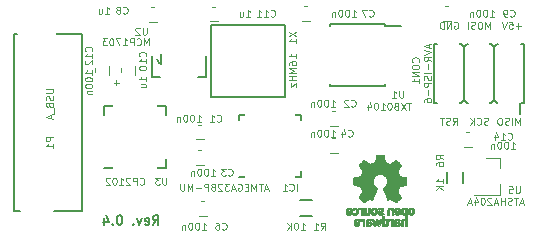
<source format=gbo>
G04 #@! TF.GenerationSoftware,KiCad,Pcbnew,no-vcs-found-ecdfa40~58~ubuntu16.04.1*
G04 #@! TF.CreationDate,2017-03-21T12:12:51+02:00*
G04 #@! TF.ProjectId,serial_gw_ATMEGA328P,73657269616C5F67775F41544D454741,rev?*
G04 #@! TF.FileFunction,Legend,Bot*
G04 #@! TF.FilePolarity,Positive*
%FSLAX46Y46*%
G04 Gerber Fmt 4.6, Leading zero omitted, Abs format (unit mm)*
G04 Created by KiCad (PCBNEW no-vcs-found-ecdfa40~58~ubuntu16.04.1) date Tue Mar 21 12:12:51 2017*
%MOMM*%
%LPD*%
G01*
G04 APERTURE LIST*
%ADD10C,0.100000*%
%ADD11C,0.120000*%
%ADD12C,0.140000*%
%ADD13C,0.150000*%
%ADD14C,0.010000*%
%ADD15C,1.901140*%
%ADD16C,3.399740*%
%ADD17R,1.750000X1.750000*%
%ADD18R,1.200000X5.500000*%
%ADD19R,1.700000X5.500000*%
%ADD20R,1.600000X1.150000*%
%ADD21R,1.150000X1.600000*%
%ADD22R,1.670000X2.900000*%
%ADD23R,2.125000X2.125000*%
%ADD24R,0.650000X1.100000*%
%ADD25R,1.100000X0.650000*%
%ADD26R,1.600000X1.300000*%
%ADD27R,1.850000X0.850000*%
%ADD28C,1.149300*%
%ADD29R,2.398980X3.399740*%
%ADD30R,1.400760X1.901140*%
%ADD31R,2.075000X2.075000*%
%ADD32O,0.700000X1.250000*%
%ADD33O,1.250000X0.700000*%
%ADD34R,1.300000X1.600000*%
%ADD35R,1.300000X1.200000*%
G04 APERTURE END LIST*
D10*
D11*
X80071428Y-80542857D02*
X80528571Y-80542857D01*
X80300000Y-80771428D02*
X80300000Y-80314285D01*
D12*
X83381619Y-92563904D02*
X83648285Y-92182952D01*
X83838761Y-92563904D02*
X83838761Y-91763904D01*
X83534000Y-91763904D01*
X83457809Y-91802000D01*
X83419714Y-91840095D01*
X83381619Y-91916285D01*
X83381619Y-92030571D01*
X83419714Y-92106761D01*
X83457809Y-92144857D01*
X83534000Y-92182952D01*
X83838761Y-92182952D01*
X82734000Y-92525809D02*
X82810190Y-92563904D01*
X82962571Y-92563904D01*
X83038761Y-92525809D01*
X83076857Y-92449619D01*
X83076857Y-92144857D01*
X83038761Y-92068666D01*
X82962571Y-92030571D01*
X82810190Y-92030571D01*
X82734000Y-92068666D01*
X82695904Y-92144857D01*
X82695904Y-92221047D01*
X83076857Y-92297238D01*
X82429238Y-92030571D02*
X82238761Y-92563904D01*
X82048285Y-92030571D01*
X81743523Y-92487714D02*
X81705428Y-92525809D01*
X81743523Y-92563904D01*
X81781619Y-92525809D01*
X81743523Y-92487714D01*
X81743523Y-92563904D01*
X80600666Y-91763904D02*
X80524476Y-91763904D01*
X80448285Y-91802000D01*
X80410190Y-91840095D01*
X80372095Y-91916285D01*
X80334000Y-92068666D01*
X80334000Y-92259142D01*
X80372095Y-92411523D01*
X80410190Y-92487714D01*
X80448285Y-92525809D01*
X80524476Y-92563904D01*
X80600666Y-92563904D01*
X80676857Y-92525809D01*
X80714952Y-92487714D01*
X80753047Y-92411523D01*
X80791142Y-92259142D01*
X80791142Y-92068666D01*
X80753047Y-91916285D01*
X80714952Y-91840095D01*
X80676857Y-91802000D01*
X80600666Y-91763904D01*
X79991142Y-92487714D02*
X79953047Y-92525809D01*
X79991142Y-92563904D01*
X80029238Y-92525809D01*
X79991142Y-92487714D01*
X79991142Y-92563904D01*
X79267333Y-92030571D02*
X79267333Y-92563904D01*
X79457809Y-91725809D02*
X79648285Y-92297238D01*
X79153047Y-92297238D01*
D11*
X108915142Y-75392000D02*
X108972285Y-75363428D01*
X109058000Y-75363428D01*
X109143714Y-75392000D01*
X109200857Y-75449142D01*
X109229428Y-75506285D01*
X109258000Y-75620571D01*
X109258000Y-75706285D01*
X109229428Y-75820571D01*
X109200857Y-75877714D01*
X109143714Y-75934857D01*
X109058000Y-75963428D01*
X109000857Y-75963428D01*
X108915142Y-75934857D01*
X108886571Y-75906285D01*
X108886571Y-75706285D01*
X109000857Y-75706285D01*
X108629428Y-75963428D02*
X108629428Y-75363428D01*
X108286571Y-75963428D01*
X108286571Y-75363428D01*
X108000857Y-75963428D02*
X108000857Y-75363428D01*
X107858000Y-75363428D01*
X107772285Y-75392000D01*
X107715142Y-75449142D01*
X107686571Y-75506285D01*
X107658000Y-75620571D01*
X107658000Y-75706285D01*
X107686571Y-75820571D01*
X107715142Y-75877714D01*
X107772285Y-75934857D01*
X107858000Y-75963428D01*
X108000857Y-75963428D01*
X111940857Y-75963428D02*
X111940857Y-75363428D01*
X111740857Y-75792000D01*
X111540857Y-75363428D01*
X111540857Y-75963428D01*
X111140857Y-75363428D02*
X111026571Y-75363428D01*
X110969428Y-75392000D01*
X110912285Y-75449142D01*
X110883714Y-75563428D01*
X110883714Y-75763428D01*
X110912285Y-75877714D01*
X110969428Y-75934857D01*
X111026571Y-75963428D01*
X111140857Y-75963428D01*
X111198000Y-75934857D01*
X111255142Y-75877714D01*
X111283714Y-75763428D01*
X111283714Y-75563428D01*
X111255142Y-75449142D01*
X111198000Y-75392000D01*
X111140857Y-75363428D01*
X110655142Y-75934857D02*
X110569428Y-75963428D01*
X110426571Y-75963428D01*
X110369428Y-75934857D01*
X110340857Y-75906285D01*
X110312285Y-75849142D01*
X110312285Y-75792000D01*
X110340857Y-75734857D01*
X110369428Y-75706285D01*
X110426571Y-75677714D01*
X110540857Y-75649142D01*
X110598000Y-75620571D01*
X110626571Y-75592000D01*
X110655142Y-75534857D01*
X110655142Y-75477714D01*
X110626571Y-75420571D01*
X110598000Y-75392000D01*
X110540857Y-75363428D01*
X110398000Y-75363428D01*
X110312285Y-75392000D01*
X110055142Y-75963428D02*
X110055142Y-75363428D01*
X114563428Y-75734857D02*
X114106285Y-75734857D01*
X114334857Y-75963428D02*
X114334857Y-75506285D01*
X113534857Y-75363428D02*
X113820571Y-75363428D01*
X113849142Y-75649142D01*
X113820571Y-75620571D01*
X113763428Y-75592000D01*
X113620571Y-75592000D01*
X113563428Y-75620571D01*
X113534857Y-75649142D01*
X113506285Y-75706285D01*
X113506285Y-75849142D01*
X113534857Y-75906285D01*
X113563428Y-75934857D01*
X113620571Y-75963428D01*
X113763428Y-75963428D01*
X113820571Y-75934857D01*
X113849142Y-75906285D01*
X113334857Y-75363428D02*
X113134857Y-75963428D01*
X112934857Y-75363428D01*
X114480857Y-84091428D02*
X114480857Y-83491428D01*
X114280857Y-83920000D01*
X114080857Y-83491428D01*
X114080857Y-84091428D01*
X113795142Y-84091428D02*
X113795142Y-83491428D01*
X113538000Y-84062857D02*
X113452285Y-84091428D01*
X113309428Y-84091428D01*
X113252285Y-84062857D01*
X113223714Y-84034285D01*
X113195142Y-83977142D01*
X113195142Y-83920000D01*
X113223714Y-83862857D01*
X113252285Y-83834285D01*
X113309428Y-83805714D01*
X113423714Y-83777142D01*
X113480857Y-83748571D01*
X113509428Y-83720000D01*
X113538000Y-83662857D01*
X113538000Y-83605714D01*
X113509428Y-83548571D01*
X113480857Y-83520000D01*
X113423714Y-83491428D01*
X113280857Y-83491428D01*
X113195142Y-83520000D01*
X112823714Y-83491428D02*
X112709428Y-83491428D01*
X112652285Y-83520000D01*
X112595142Y-83577142D01*
X112566571Y-83691428D01*
X112566571Y-83891428D01*
X112595142Y-84005714D01*
X112652285Y-84062857D01*
X112709428Y-84091428D01*
X112823714Y-84091428D01*
X112880857Y-84062857D01*
X112938000Y-84005714D01*
X112966571Y-83891428D01*
X112966571Y-83691428D01*
X112938000Y-83577142D01*
X112880857Y-83520000D01*
X112823714Y-83491428D01*
X111769428Y-84062857D02*
X111683714Y-84091428D01*
X111540857Y-84091428D01*
X111483714Y-84062857D01*
X111455142Y-84034285D01*
X111426571Y-83977142D01*
X111426571Y-83920000D01*
X111455142Y-83862857D01*
X111483714Y-83834285D01*
X111540857Y-83805714D01*
X111655142Y-83777142D01*
X111712285Y-83748571D01*
X111740857Y-83720000D01*
X111769428Y-83662857D01*
X111769428Y-83605714D01*
X111740857Y-83548571D01*
X111712285Y-83520000D01*
X111655142Y-83491428D01*
X111512285Y-83491428D01*
X111426571Y-83520000D01*
X110826571Y-84034285D02*
X110855142Y-84062857D01*
X110940857Y-84091428D01*
X110998000Y-84091428D01*
X111083714Y-84062857D01*
X111140857Y-84005714D01*
X111169428Y-83948571D01*
X111198000Y-83834285D01*
X111198000Y-83748571D01*
X111169428Y-83634285D01*
X111140857Y-83577142D01*
X111083714Y-83520000D01*
X110998000Y-83491428D01*
X110940857Y-83491428D01*
X110855142Y-83520000D01*
X110826571Y-83548571D01*
X110569428Y-84091428D02*
X110569428Y-83491428D01*
X110226571Y-84091428D02*
X110483714Y-83748571D01*
X110226571Y-83491428D02*
X110569428Y-83834285D01*
X108786571Y-84091428D02*
X108986571Y-83805714D01*
X109129428Y-84091428D02*
X109129428Y-83491428D01*
X108900857Y-83491428D01*
X108843714Y-83520000D01*
X108815142Y-83548571D01*
X108786571Y-83605714D01*
X108786571Y-83691428D01*
X108815142Y-83748571D01*
X108843714Y-83777142D01*
X108900857Y-83805714D01*
X109129428Y-83805714D01*
X108558000Y-84062857D02*
X108472285Y-84091428D01*
X108329428Y-84091428D01*
X108272285Y-84062857D01*
X108243714Y-84034285D01*
X108215142Y-83977142D01*
X108215142Y-83920000D01*
X108243714Y-83862857D01*
X108272285Y-83834285D01*
X108329428Y-83805714D01*
X108443714Y-83777142D01*
X108500857Y-83748571D01*
X108529428Y-83720000D01*
X108558000Y-83662857D01*
X108558000Y-83605714D01*
X108529428Y-83548571D01*
X108500857Y-83520000D01*
X108443714Y-83491428D01*
X108300857Y-83491428D01*
X108215142Y-83520000D01*
X108043714Y-83491428D02*
X107700857Y-83491428D01*
X107872285Y-84091428D02*
X107872285Y-83491428D01*
D13*
X71604526Y-76373000D02*
X71907046Y-76373000D01*
X77350000Y-91359000D02*
X77350000Y-76373000D01*
X71604880Y-91359000D02*
X71604880Y-76373000D01*
X75203930Y-76373000D02*
X77350000Y-76373000D01*
X75004351Y-91359000D02*
X77350000Y-91359000D01*
X71604880Y-91359000D02*
X72107387Y-91359000D01*
X88340000Y-75690000D02*
X94538800Y-75692000D01*
X88340000Y-81790000D02*
X88340000Y-75690000D01*
X94540000Y-81790000D02*
X88340000Y-81790000D01*
X94538800Y-75692000D02*
X94540000Y-81790000D01*
D14*
G36*
X104524759Y-91131184D02*
X104498247Y-91144282D01*
X104465553Y-91167106D01*
X104441725Y-91191996D01*
X104425406Y-91223249D01*
X104415240Y-91265166D01*
X104409872Y-91322044D01*
X104407944Y-91398184D01*
X104407831Y-91430917D01*
X104408161Y-91502656D01*
X104409527Y-91553927D01*
X104412500Y-91589404D01*
X104417649Y-91613763D01*
X104425543Y-91631680D01*
X104433757Y-91643902D01*
X104486187Y-91695905D01*
X104547930Y-91727184D01*
X104614536Y-91736592D01*
X104681558Y-91722980D01*
X104702792Y-91713354D01*
X104753624Y-91686859D01*
X104753624Y-92102052D01*
X104716525Y-92082868D01*
X104667643Y-92068025D01*
X104607561Y-92064222D01*
X104547564Y-92071243D01*
X104502256Y-92087013D01*
X104464675Y-92117047D01*
X104432564Y-92160024D01*
X104430150Y-92164436D01*
X104419967Y-92185221D01*
X104412530Y-92206170D01*
X104407411Y-92231548D01*
X104404181Y-92265618D01*
X104402413Y-92312641D01*
X104401677Y-92376882D01*
X104401544Y-92449176D01*
X104401544Y-92679822D01*
X104539861Y-92679822D01*
X104539861Y-92254533D01*
X104578549Y-92221979D01*
X104618738Y-92195940D01*
X104656797Y-92191205D01*
X104695066Y-92203389D01*
X104715462Y-92215320D01*
X104730642Y-92232313D01*
X104741438Y-92257995D01*
X104748683Y-92295991D01*
X104753208Y-92349926D01*
X104755844Y-92423425D01*
X104756772Y-92472347D01*
X104759911Y-92673535D01*
X104825926Y-92677336D01*
X104891940Y-92681136D01*
X104891940Y-91432650D01*
X104753624Y-91432650D01*
X104750097Y-91502254D01*
X104738215Y-91550569D01*
X104716020Y-91580631D01*
X104681559Y-91595471D01*
X104646742Y-91598436D01*
X104607329Y-91595028D01*
X104581171Y-91581617D01*
X104564814Y-91563896D01*
X104551937Y-91544835D01*
X104544272Y-91523601D01*
X104540861Y-91493849D01*
X104540749Y-91449236D01*
X104541897Y-91411880D01*
X104544532Y-91355604D01*
X104548456Y-91318658D01*
X104555063Y-91295223D01*
X104565749Y-91279480D01*
X104575833Y-91270380D01*
X104617970Y-91250537D01*
X104667840Y-91247332D01*
X104696476Y-91254168D01*
X104724828Y-91278464D01*
X104743609Y-91325728D01*
X104752712Y-91395624D01*
X104753624Y-91432650D01*
X104891940Y-91432650D01*
X104891940Y-91120614D01*
X104822782Y-91120614D01*
X104781260Y-91122256D01*
X104759838Y-91128087D01*
X104753626Y-91139461D01*
X104753624Y-91139798D01*
X104750742Y-91150938D01*
X104738030Y-91149673D01*
X104712757Y-91137433D01*
X104653869Y-91118707D01*
X104587615Y-91116739D01*
X104524759Y-91131184D01*
X104524759Y-91131184D01*
G37*
X104524759Y-91131184D02*
X104498247Y-91144282D01*
X104465553Y-91167106D01*
X104441725Y-91191996D01*
X104425406Y-91223249D01*
X104415240Y-91265166D01*
X104409872Y-91322044D01*
X104407944Y-91398184D01*
X104407831Y-91430917D01*
X104408161Y-91502656D01*
X104409527Y-91553927D01*
X104412500Y-91589404D01*
X104417649Y-91613763D01*
X104425543Y-91631680D01*
X104433757Y-91643902D01*
X104486187Y-91695905D01*
X104547930Y-91727184D01*
X104614536Y-91736592D01*
X104681558Y-91722980D01*
X104702792Y-91713354D01*
X104753624Y-91686859D01*
X104753624Y-92102052D01*
X104716525Y-92082868D01*
X104667643Y-92068025D01*
X104607561Y-92064222D01*
X104547564Y-92071243D01*
X104502256Y-92087013D01*
X104464675Y-92117047D01*
X104432564Y-92160024D01*
X104430150Y-92164436D01*
X104419967Y-92185221D01*
X104412530Y-92206170D01*
X104407411Y-92231548D01*
X104404181Y-92265618D01*
X104402413Y-92312641D01*
X104401677Y-92376882D01*
X104401544Y-92449176D01*
X104401544Y-92679822D01*
X104539861Y-92679822D01*
X104539861Y-92254533D01*
X104578549Y-92221979D01*
X104618738Y-92195940D01*
X104656797Y-92191205D01*
X104695066Y-92203389D01*
X104715462Y-92215320D01*
X104730642Y-92232313D01*
X104741438Y-92257995D01*
X104748683Y-92295991D01*
X104753208Y-92349926D01*
X104755844Y-92423425D01*
X104756772Y-92472347D01*
X104759911Y-92673535D01*
X104825926Y-92677336D01*
X104891940Y-92681136D01*
X104891940Y-91432650D01*
X104753624Y-91432650D01*
X104750097Y-91502254D01*
X104738215Y-91550569D01*
X104716020Y-91580631D01*
X104681559Y-91595471D01*
X104646742Y-91598436D01*
X104607329Y-91595028D01*
X104581171Y-91581617D01*
X104564814Y-91563896D01*
X104551937Y-91544835D01*
X104544272Y-91523601D01*
X104540861Y-91493849D01*
X104540749Y-91449236D01*
X104541897Y-91411880D01*
X104544532Y-91355604D01*
X104548456Y-91318658D01*
X104555063Y-91295223D01*
X104565749Y-91279480D01*
X104575833Y-91270380D01*
X104617970Y-91250537D01*
X104667840Y-91247332D01*
X104696476Y-91254168D01*
X104724828Y-91278464D01*
X104743609Y-91325728D01*
X104752712Y-91395624D01*
X104753624Y-91432650D01*
X104891940Y-91432650D01*
X104891940Y-91120614D01*
X104822782Y-91120614D01*
X104781260Y-91122256D01*
X104759838Y-91128087D01*
X104753626Y-91139461D01*
X104753624Y-91139798D01*
X104750742Y-91150938D01*
X104738030Y-91149673D01*
X104712757Y-91137433D01*
X104653869Y-91118707D01*
X104587615Y-91116739D01*
X104524759Y-91131184D01*
G36*
X104000210Y-92068555D02*
X103941055Y-92084339D01*
X103896023Y-92112948D01*
X103864246Y-92150419D01*
X103854366Y-92166411D01*
X103847073Y-92183163D01*
X103841974Y-92204592D01*
X103838679Y-92234616D01*
X103836797Y-92277154D01*
X103835937Y-92336122D01*
X103835707Y-92415440D01*
X103835703Y-92436484D01*
X103835703Y-92679822D01*
X103896059Y-92679822D01*
X103934557Y-92677126D01*
X103963023Y-92670295D01*
X103970155Y-92666083D01*
X103989652Y-92658813D01*
X104009566Y-92666083D01*
X104042353Y-92675160D01*
X104089978Y-92678813D01*
X104142764Y-92677228D01*
X104191036Y-92670589D01*
X104219218Y-92662072D01*
X104273753Y-92627063D01*
X104307835Y-92578479D01*
X104323157Y-92513882D01*
X104323299Y-92512223D01*
X104321955Y-92483566D01*
X104200356Y-92483566D01*
X104189726Y-92516161D01*
X104172410Y-92534505D01*
X104137652Y-92548379D01*
X104091773Y-92553917D01*
X104044988Y-92551191D01*
X104007514Y-92540274D01*
X103997015Y-92533269D01*
X103978668Y-92500904D01*
X103974020Y-92464111D01*
X103974020Y-92415763D01*
X104043582Y-92415763D01*
X104109667Y-92420850D01*
X104159764Y-92435263D01*
X104190929Y-92457729D01*
X104200356Y-92483566D01*
X104321955Y-92483566D01*
X104319987Y-92441647D01*
X104296710Y-92385845D01*
X104252948Y-92343647D01*
X104246899Y-92339808D01*
X104220907Y-92327309D01*
X104188735Y-92319740D01*
X104143760Y-92316061D01*
X104090331Y-92315216D01*
X103974020Y-92315169D01*
X103974020Y-92266411D01*
X103978953Y-92228581D01*
X103991543Y-92203236D01*
X103993017Y-92201887D01*
X104021034Y-92190800D01*
X104063326Y-92186503D01*
X104110064Y-92188615D01*
X104151418Y-92196756D01*
X104175957Y-92208965D01*
X104189253Y-92218746D01*
X104203294Y-92220613D01*
X104222671Y-92212600D01*
X104251976Y-92192739D01*
X104295803Y-92159063D01*
X104299825Y-92155909D01*
X104297764Y-92144236D01*
X104280568Y-92124822D01*
X104254433Y-92103248D01*
X104225552Y-92085096D01*
X104216478Y-92080809D01*
X104183380Y-92072256D01*
X104134880Y-92066155D01*
X104080695Y-92063708D01*
X104078161Y-92063703D01*
X104000210Y-92068555D01*
X104000210Y-92068555D01*
G37*
X104000210Y-92068555D02*
X103941055Y-92084339D01*
X103896023Y-92112948D01*
X103864246Y-92150419D01*
X103854366Y-92166411D01*
X103847073Y-92183163D01*
X103841974Y-92204592D01*
X103838679Y-92234616D01*
X103836797Y-92277154D01*
X103835937Y-92336122D01*
X103835707Y-92415440D01*
X103835703Y-92436484D01*
X103835703Y-92679822D01*
X103896059Y-92679822D01*
X103934557Y-92677126D01*
X103963023Y-92670295D01*
X103970155Y-92666083D01*
X103989652Y-92658813D01*
X104009566Y-92666083D01*
X104042353Y-92675160D01*
X104089978Y-92678813D01*
X104142764Y-92677228D01*
X104191036Y-92670589D01*
X104219218Y-92662072D01*
X104273753Y-92627063D01*
X104307835Y-92578479D01*
X104323157Y-92513882D01*
X104323299Y-92512223D01*
X104321955Y-92483566D01*
X104200356Y-92483566D01*
X104189726Y-92516161D01*
X104172410Y-92534505D01*
X104137652Y-92548379D01*
X104091773Y-92553917D01*
X104044988Y-92551191D01*
X104007514Y-92540274D01*
X103997015Y-92533269D01*
X103978668Y-92500904D01*
X103974020Y-92464111D01*
X103974020Y-92415763D01*
X104043582Y-92415763D01*
X104109667Y-92420850D01*
X104159764Y-92435263D01*
X104190929Y-92457729D01*
X104200356Y-92483566D01*
X104321955Y-92483566D01*
X104319987Y-92441647D01*
X104296710Y-92385845D01*
X104252948Y-92343647D01*
X104246899Y-92339808D01*
X104220907Y-92327309D01*
X104188735Y-92319740D01*
X104143760Y-92316061D01*
X104090331Y-92315216D01*
X103974020Y-92315169D01*
X103974020Y-92266411D01*
X103978953Y-92228581D01*
X103991543Y-92203236D01*
X103993017Y-92201887D01*
X104021034Y-92190800D01*
X104063326Y-92186503D01*
X104110064Y-92188615D01*
X104151418Y-92196756D01*
X104175957Y-92208965D01*
X104189253Y-92218746D01*
X104203294Y-92220613D01*
X104222671Y-92212600D01*
X104251976Y-92192739D01*
X104295803Y-92159063D01*
X104299825Y-92155909D01*
X104297764Y-92144236D01*
X104280568Y-92124822D01*
X104254433Y-92103248D01*
X104225552Y-92085096D01*
X104216478Y-92080809D01*
X104183380Y-92072256D01*
X104134880Y-92066155D01*
X104080695Y-92063708D01*
X104078161Y-92063703D01*
X104000210Y-92068555D01*
G36*
X103609356Y-92065020D02*
X103590539Y-92070660D01*
X103584473Y-92083053D01*
X103584218Y-92088647D01*
X103583129Y-92104230D01*
X103575632Y-92106676D01*
X103555381Y-92095993D01*
X103543351Y-92088694D01*
X103505400Y-92073063D01*
X103460072Y-92065334D01*
X103412544Y-92064740D01*
X103367995Y-92070513D01*
X103331602Y-92081884D01*
X103308543Y-92098088D01*
X103303996Y-92118355D01*
X103306291Y-92123843D01*
X103323020Y-92146626D01*
X103348963Y-92174647D01*
X103353655Y-92179177D01*
X103378383Y-92200005D01*
X103399718Y-92206735D01*
X103429555Y-92202038D01*
X103441508Y-92198917D01*
X103478705Y-92191421D01*
X103504859Y-92194792D01*
X103526946Y-92206681D01*
X103547178Y-92222635D01*
X103562079Y-92242700D01*
X103572434Y-92270702D01*
X103579029Y-92310467D01*
X103582649Y-92365823D01*
X103584078Y-92440594D01*
X103584218Y-92485740D01*
X103584218Y-92679822D01*
X103709960Y-92679822D01*
X103709960Y-92063683D01*
X103647089Y-92063683D01*
X103609356Y-92065020D01*
X103609356Y-92065020D01*
G37*
X103609356Y-92065020D02*
X103590539Y-92070660D01*
X103584473Y-92083053D01*
X103584218Y-92088647D01*
X103583129Y-92104230D01*
X103575632Y-92106676D01*
X103555381Y-92095993D01*
X103543351Y-92088694D01*
X103505400Y-92073063D01*
X103460072Y-92065334D01*
X103412544Y-92064740D01*
X103367995Y-92070513D01*
X103331602Y-92081884D01*
X103308543Y-92098088D01*
X103303996Y-92118355D01*
X103306291Y-92123843D01*
X103323020Y-92146626D01*
X103348963Y-92174647D01*
X103353655Y-92179177D01*
X103378383Y-92200005D01*
X103399718Y-92206735D01*
X103429555Y-92202038D01*
X103441508Y-92198917D01*
X103478705Y-92191421D01*
X103504859Y-92194792D01*
X103526946Y-92206681D01*
X103547178Y-92222635D01*
X103562079Y-92242700D01*
X103572434Y-92270702D01*
X103579029Y-92310467D01*
X103582649Y-92365823D01*
X103584078Y-92440594D01*
X103584218Y-92485740D01*
X103584218Y-92679822D01*
X103709960Y-92679822D01*
X103709960Y-92063683D01*
X103647089Y-92063683D01*
X103609356Y-92065020D01*
G36*
X102817188Y-92679822D02*
X102886346Y-92679822D01*
X102926488Y-92678645D01*
X102947394Y-92673772D01*
X102954922Y-92663186D01*
X102955505Y-92656029D01*
X102956774Y-92641676D01*
X102964779Y-92638923D01*
X102985815Y-92647771D01*
X103002173Y-92656029D01*
X103064977Y-92675597D01*
X103133248Y-92676729D01*
X103188752Y-92662135D01*
X103240438Y-92626877D01*
X103279838Y-92574835D01*
X103301413Y-92513450D01*
X103301962Y-92510018D01*
X103305167Y-92472571D01*
X103306761Y-92418813D01*
X103306633Y-92378155D01*
X103169279Y-92378155D01*
X103166097Y-92432194D01*
X103158859Y-92476735D01*
X103149060Y-92501888D01*
X103111989Y-92536260D01*
X103067974Y-92548582D01*
X103022584Y-92538618D01*
X102983797Y-92508895D01*
X102969108Y-92488905D01*
X102960519Y-92465050D01*
X102956496Y-92430230D01*
X102955505Y-92377930D01*
X102957278Y-92326139D01*
X102961963Y-92280634D01*
X102968603Y-92250181D01*
X102969710Y-92247452D01*
X102996491Y-92215000D01*
X103035579Y-92197183D01*
X103079315Y-92194306D01*
X103120038Y-92206674D01*
X103150087Y-92234593D01*
X103153204Y-92240148D01*
X103162961Y-92274022D01*
X103168277Y-92322728D01*
X103169279Y-92378155D01*
X103306633Y-92378155D01*
X103306568Y-92357540D01*
X103305664Y-92324563D01*
X103299514Y-92242981D01*
X103286733Y-92181730D01*
X103265471Y-92136449D01*
X103233878Y-92102779D01*
X103203207Y-92083014D01*
X103160354Y-92069120D01*
X103107056Y-92064354D01*
X103052480Y-92068236D01*
X103005792Y-92080282D01*
X102981124Y-92094693D01*
X102955505Y-92117878D01*
X102955505Y-91824773D01*
X102817188Y-91824773D01*
X102817188Y-92679822D01*
X102817188Y-92679822D01*
G37*
X102817188Y-92679822D02*
X102886346Y-92679822D01*
X102926488Y-92678645D01*
X102947394Y-92673772D01*
X102954922Y-92663186D01*
X102955505Y-92656029D01*
X102956774Y-92641676D01*
X102964779Y-92638923D01*
X102985815Y-92647771D01*
X103002173Y-92656029D01*
X103064977Y-92675597D01*
X103133248Y-92676729D01*
X103188752Y-92662135D01*
X103240438Y-92626877D01*
X103279838Y-92574835D01*
X103301413Y-92513450D01*
X103301962Y-92510018D01*
X103305167Y-92472571D01*
X103306761Y-92418813D01*
X103306633Y-92378155D01*
X103169279Y-92378155D01*
X103166097Y-92432194D01*
X103158859Y-92476735D01*
X103149060Y-92501888D01*
X103111989Y-92536260D01*
X103067974Y-92548582D01*
X103022584Y-92538618D01*
X102983797Y-92508895D01*
X102969108Y-92488905D01*
X102960519Y-92465050D01*
X102956496Y-92430230D01*
X102955505Y-92377930D01*
X102957278Y-92326139D01*
X102961963Y-92280634D01*
X102968603Y-92250181D01*
X102969710Y-92247452D01*
X102996491Y-92215000D01*
X103035579Y-92197183D01*
X103079315Y-92194306D01*
X103120038Y-92206674D01*
X103150087Y-92234593D01*
X103153204Y-92240148D01*
X103162961Y-92274022D01*
X103168277Y-92322728D01*
X103169279Y-92378155D01*
X103306633Y-92378155D01*
X103306568Y-92357540D01*
X103305664Y-92324563D01*
X103299514Y-92242981D01*
X103286733Y-92181730D01*
X103265471Y-92136449D01*
X103233878Y-92102779D01*
X103203207Y-92083014D01*
X103160354Y-92069120D01*
X103107056Y-92064354D01*
X103052480Y-92068236D01*
X103005792Y-92080282D01*
X102981124Y-92094693D01*
X102955505Y-92117878D01*
X102955505Y-91824773D01*
X102817188Y-91824773D01*
X102817188Y-92679822D01*
G36*
X102334476Y-92066237D02*
X102284745Y-92069971D01*
X102154709Y-92459773D01*
X102134322Y-92390614D01*
X102122054Y-92347874D01*
X102105915Y-92290115D01*
X102088488Y-92226625D01*
X102079274Y-92192570D01*
X102044612Y-92063683D01*
X101901609Y-92063683D01*
X101944354Y-92198857D01*
X101965404Y-92265342D01*
X101990833Y-92345539D01*
X102017390Y-92429193D01*
X102041098Y-92503782D01*
X102095098Y-92673535D01*
X102153402Y-92677328D01*
X102211705Y-92681122D01*
X102243321Y-92576734D01*
X102262818Y-92511889D01*
X102284096Y-92440400D01*
X102302692Y-92377263D01*
X102303426Y-92374750D01*
X102317316Y-92331969D01*
X102329571Y-92302779D01*
X102338154Y-92291741D01*
X102339918Y-92293018D01*
X102346109Y-92310130D01*
X102357872Y-92346787D01*
X102373775Y-92398378D01*
X102392386Y-92460294D01*
X102402457Y-92494352D01*
X102456993Y-92679822D01*
X102572736Y-92679822D01*
X102665263Y-92387471D01*
X102691256Y-92305462D01*
X102714934Y-92230987D01*
X102735180Y-92167544D01*
X102750874Y-92118632D01*
X102760898Y-92087749D01*
X102763945Y-92078726D01*
X102761533Y-92069487D01*
X102742592Y-92065441D01*
X102703177Y-92065846D01*
X102697007Y-92066152D01*
X102623914Y-92069971D01*
X102576043Y-92246010D01*
X102558447Y-92310211D01*
X102542723Y-92366649D01*
X102530254Y-92410422D01*
X102522426Y-92436630D01*
X102520980Y-92440903D01*
X102514986Y-92435990D01*
X102502899Y-92410532D01*
X102486107Y-92367997D01*
X102465997Y-92311850D01*
X102448997Y-92261130D01*
X102384206Y-92062504D01*
X102334476Y-92066237D01*
X102334476Y-92066237D01*
G37*
X102334476Y-92066237D02*
X102284745Y-92069971D01*
X102154709Y-92459773D01*
X102134322Y-92390614D01*
X102122054Y-92347874D01*
X102105915Y-92290115D01*
X102088488Y-92226625D01*
X102079274Y-92192570D01*
X102044612Y-92063683D01*
X101901609Y-92063683D01*
X101944354Y-92198857D01*
X101965404Y-92265342D01*
X101990833Y-92345539D01*
X102017390Y-92429193D01*
X102041098Y-92503782D01*
X102095098Y-92673535D01*
X102153402Y-92677328D01*
X102211705Y-92681122D01*
X102243321Y-92576734D01*
X102262818Y-92511889D01*
X102284096Y-92440400D01*
X102302692Y-92377263D01*
X102303426Y-92374750D01*
X102317316Y-92331969D01*
X102329571Y-92302779D01*
X102338154Y-92291741D01*
X102339918Y-92293018D01*
X102346109Y-92310130D01*
X102357872Y-92346787D01*
X102373775Y-92398378D01*
X102392386Y-92460294D01*
X102402457Y-92494352D01*
X102456993Y-92679822D01*
X102572736Y-92679822D01*
X102665263Y-92387471D01*
X102691256Y-92305462D01*
X102714934Y-92230987D01*
X102735180Y-92167544D01*
X102750874Y-92118632D01*
X102760898Y-92087749D01*
X102763945Y-92078726D01*
X102761533Y-92069487D01*
X102742592Y-92065441D01*
X102703177Y-92065846D01*
X102697007Y-92066152D01*
X102623914Y-92069971D01*
X102576043Y-92246010D01*
X102558447Y-92310211D01*
X102542723Y-92366649D01*
X102530254Y-92410422D01*
X102522426Y-92436630D01*
X102520980Y-92440903D01*
X102514986Y-92435990D01*
X102502899Y-92410532D01*
X102486107Y-92367997D01*
X102465997Y-92311850D01*
X102448997Y-92261130D01*
X102384206Y-92062504D01*
X102334476Y-92066237D01*
G36*
X101577589Y-92067417D02*
X101524589Y-92080290D01*
X101509269Y-92087110D01*
X101479572Y-92104974D01*
X101456780Y-92125093D01*
X101439917Y-92150962D01*
X101428002Y-92186073D01*
X101420058Y-92233920D01*
X101415106Y-92297996D01*
X101412169Y-92381794D01*
X101411053Y-92437768D01*
X101406948Y-92679822D01*
X101477068Y-92679822D01*
X101519607Y-92678038D01*
X101541524Y-92671942D01*
X101547188Y-92661706D01*
X101550179Y-92650637D01*
X101563549Y-92652754D01*
X101581767Y-92661629D01*
X101627376Y-92675233D01*
X101685993Y-92678899D01*
X101747646Y-92672903D01*
X101802362Y-92657521D01*
X101807270Y-92655386D01*
X101857277Y-92620255D01*
X101890244Y-92571419D01*
X101905413Y-92514333D01*
X101904254Y-92493824D01*
X101780492Y-92493824D01*
X101769587Y-92521425D01*
X101737255Y-92541204D01*
X101685090Y-92551819D01*
X101657213Y-92553228D01*
X101610753Y-92549620D01*
X101579871Y-92535597D01*
X101572336Y-92528931D01*
X101551924Y-92492666D01*
X101547188Y-92459773D01*
X101547188Y-92415763D01*
X101608487Y-92415763D01*
X101679744Y-92419395D01*
X101729724Y-92430818D01*
X101761304Y-92450824D01*
X101768374Y-92459743D01*
X101780492Y-92493824D01*
X101904254Y-92493824D01*
X101902029Y-92454456D01*
X101879337Y-92397244D01*
X101848376Y-92358580D01*
X101829624Y-92341864D01*
X101811267Y-92330878D01*
X101787381Y-92324180D01*
X101752043Y-92320326D01*
X101699331Y-92317873D01*
X101678423Y-92317168D01*
X101547188Y-92312879D01*
X101547380Y-92273158D01*
X101552463Y-92231405D01*
X101570838Y-92206158D01*
X101607961Y-92190030D01*
X101608957Y-92189742D01*
X101661590Y-92183400D01*
X101713094Y-92191684D01*
X101751370Y-92211827D01*
X101766728Y-92221773D01*
X101783270Y-92220397D01*
X101808725Y-92205987D01*
X101823672Y-92195817D01*
X101852909Y-92174088D01*
X101871020Y-92157800D01*
X101873926Y-92153137D01*
X101861960Y-92129005D01*
X101826604Y-92100185D01*
X101811247Y-92090461D01*
X101767099Y-92073714D01*
X101707602Y-92064227D01*
X101641513Y-92062095D01*
X101577589Y-92067417D01*
X101577589Y-92067417D01*
G37*
X101577589Y-92067417D02*
X101524589Y-92080290D01*
X101509269Y-92087110D01*
X101479572Y-92104974D01*
X101456780Y-92125093D01*
X101439917Y-92150962D01*
X101428002Y-92186073D01*
X101420058Y-92233920D01*
X101415106Y-92297996D01*
X101412169Y-92381794D01*
X101411053Y-92437768D01*
X101406948Y-92679822D01*
X101477068Y-92679822D01*
X101519607Y-92678038D01*
X101541524Y-92671942D01*
X101547188Y-92661706D01*
X101550179Y-92650637D01*
X101563549Y-92652754D01*
X101581767Y-92661629D01*
X101627376Y-92675233D01*
X101685993Y-92678899D01*
X101747646Y-92672903D01*
X101802362Y-92657521D01*
X101807270Y-92655386D01*
X101857277Y-92620255D01*
X101890244Y-92571419D01*
X101905413Y-92514333D01*
X101904254Y-92493824D01*
X101780492Y-92493824D01*
X101769587Y-92521425D01*
X101737255Y-92541204D01*
X101685090Y-92551819D01*
X101657213Y-92553228D01*
X101610753Y-92549620D01*
X101579871Y-92535597D01*
X101572336Y-92528931D01*
X101551924Y-92492666D01*
X101547188Y-92459773D01*
X101547188Y-92415763D01*
X101608487Y-92415763D01*
X101679744Y-92419395D01*
X101729724Y-92430818D01*
X101761304Y-92450824D01*
X101768374Y-92459743D01*
X101780492Y-92493824D01*
X101904254Y-92493824D01*
X101902029Y-92454456D01*
X101879337Y-92397244D01*
X101848376Y-92358580D01*
X101829624Y-92341864D01*
X101811267Y-92330878D01*
X101787381Y-92324180D01*
X101752043Y-92320326D01*
X101699331Y-92317873D01*
X101678423Y-92317168D01*
X101547188Y-92312879D01*
X101547380Y-92273158D01*
X101552463Y-92231405D01*
X101570838Y-92206158D01*
X101607961Y-92190030D01*
X101608957Y-92189742D01*
X101661590Y-92183400D01*
X101713094Y-92191684D01*
X101751370Y-92211827D01*
X101766728Y-92221773D01*
X101783270Y-92220397D01*
X101808725Y-92205987D01*
X101823672Y-92195817D01*
X101852909Y-92174088D01*
X101871020Y-92157800D01*
X101873926Y-92153137D01*
X101861960Y-92129005D01*
X101826604Y-92100185D01*
X101811247Y-92090461D01*
X101767099Y-92073714D01*
X101707602Y-92064227D01*
X101641513Y-92062095D01*
X101577589Y-92067417D01*
G36*
X100980745Y-92063486D02*
X100932405Y-92073015D01*
X100904886Y-92087125D01*
X100875936Y-92110568D01*
X100917124Y-92162571D01*
X100942518Y-92194064D01*
X100959762Y-92209428D01*
X100976898Y-92211776D01*
X101001973Y-92204217D01*
X101013743Y-92199941D01*
X101061730Y-92193631D01*
X101105676Y-92207156D01*
X101137940Y-92237710D01*
X101143181Y-92247452D01*
X101148888Y-92273258D01*
X101153294Y-92320817D01*
X101156189Y-92386758D01*
X101157369Y-92467710D01*
X101157386Y-92479226D01*
X101157386Y-92679822D01*
X101295703Y-92679822D01*
X101295703Y-92063683D01*
X101226544Y-92063683D01*
X101186667Y-92064725D01*
X101165893Y-92069358D01*
X101158211Y-92079849D01*
X101157386Y-92089745D01*
X101157386Y-92115806D01*
X101124255Y-92089745D01*
X101086265Y-92071965D01*
X101035230Y-92063174D01*
X100980745Y-92063486D01*
X100980745Y-92063486D01*
G37*
X100980745Y-92063486D02*
X100932405Y-92073015D01*
X100904886Y-92087125D01*
X100875936Y-92110568D01*
X100917124Y-92162571D01*
X100942518Y-92194064D01*
X100959762Y-92209428D01*
X100976898Y-92211776D01*
X101001973Y-92204217D01*
X101013743Y-92199941D01*
X101061730Y-92193631D01*
X101105676Y-92207156D01*
X101137940Y-92237710D01*
X101143181Y-92247452D01*
X101148888Y-92273258D01*
X101153294Y-92320817D01*
X101156189Y-92386758D01*
X101157369Y-92467710D01*
X101157386Y-92479226D01*
X101157386Y-92679822D01*
X101295703Y-92679822D01*
X101295703Y-92063683D01*
X101226544Y-92063683D01*
X101186667Y-92064725D01*
X101165893Y-92069358D01*
X101158211Y-92079849D01*
X101157386Y-92089745D01*
X101157386Y-92115806D01*
X101124255Y-92089745D01*
X101086265Y-92071965D01*
X101035230Y-92063174D01*
X100980745Y-92063486D01*
G36*
X100583419Y-92066970D02*
X100523315Y-92082597D01*
X100472979Y-92114848D01*
X100448607Y-92138940D01*
X100408655Y-92195895D01*
X100385758Y-92261965D01*
X100377892Y-92343182D01*
X100377852Y-92349748D01*
X100377782Y-92415763D01*
X100757736Y-92415763D01*
X100749637Y-92450342D01*
X100735013Y-92481659D01*
X100709419Y-92514291D01*
X100704065Y-92519500D01*
X100658057Y-92547694D01*
X100605590Y-92552475D01*
X100545197Y-92533926D01*
X100534960Y-92528931D01*
X100503561Y-92513745D01*
X100482530Y-92505094D01*
X100478861Y-92504293D01*
X100466052Y-92512063D01*
X100441622Y-92531072D01*
X100429221Y-92541460D01*
X100403524Y-92565321D01*
X100395085Y-92581077D01*
X100400942Y-92595571D01*
X100404072Y-92599534D01*
X100425275Y-92616879D01*
X100460262Y-92637959D01*
X100484663Y-92650265D01*
X100553928Y-92671946D01*
X100630612Y-92678971D01*
X100703235Y-92670647D01*
X100723574Y-92664686D01*
X100786524Y-92630952D01*
X100833185Y-92579045D01*
X100863827Y-92508459D01*
X100878718Y-92418692D01*
X100880353Y-92371753D01*
X100875579Y-92303413D01*
X100755010Y-92303413D01*
X100743348Y-92308465D01*
X100712002Y-92312429D01*
X100666429Y-92314768D01*
X100635554Y-92315169D01*
X100580019Y-92314783D01*
X100544967Y-92312975D01*
X100525738Y-92308773D01*
X100517670Y-92301203D01*
X100516099Y-92290218D01*
X100526879Y-92256381D01*
X100554020Y-92222940D01*
X100589723Y-92197272D01*
X100625440Y-92186772D01*
X100673952Y-92196086D01*
X100715947Y-92223013D01*
X100745064Y-92261827D01*
X100755010Y-92303413D01*
X100875579Y-92303413D01*
X100873401Y-92272236D01*
X100851945Y-92192949D01*
X100815530Y-92133263D01*
X100763703Y-92092549D01*
X100696010Y-92070179D01*
X100659338Y-92065871D01*
X100583419Y-92066970D01*
X100583419Y-92066970D01*
G37*
X100583419Y-92066970D02*
X100523315Y-92082597D01*
X100472979Y-92114848D01*
X100448607Y-92138940D01*
X100408655Y-92195895D01*
X100385758Y-92261965D01*
X100377892Y-92343182D01*
X100377852Y-92349748D01*
X100377782Y-92415763D01*
X100757736Y-92415763D01*
X100749637Y-92450342D01*
X100735013Y-92481659D01*
X100709419Y-92514291D01*
X100704065Y-92519500D01*
X100658057Y-92547694D01*
X100605590Y-92552475D01*
X100545197Y-92533926D01*
X100534960Y-92528931D01*
X100503561Y-92513745D01*
X100482530Y-92505094D01*
X100478861Y-92504293D01*
X100466052Y-92512063D01*
X100441622Y-92531072D01*
X100429221Y-92541460D01*
X100403524Y-92565321D01*
X100395085Y-92581077D01*
X100400942Y-92595571D01*
X100404072Y-92599534D01*
X100425275Y-92616879D01*
X100460262Y-92637959D01*
X100484663Y-92650265D01*
X100553928Y-92671946D01*
X100630612Y-92678971D01*
X100703235Y-92670647D01*
X100723574Y-92664686D01*
X100786524Y-92630952D01*
X100833185Y-92579045D01*
X100863827Y-92508459D01*
X100878718Y-92418692D01*
X100880353Y-92371753D01*
X100875579Y-92303413D01*
X100755010Y-92303413D01*
X100743348Y-92308465D01*
X100712002Y-92312429D01*
X100666429Y-92314768D01*
X100635554Y-92315169D01*
X100580019Y-92314783D01*
X100544967Y-92312975D01*
X100525738Y-92308773D01*
X100517670Y-92301203D01*
X100516099Y-92290218D01*
X100526879Y-92256381D01*
X100554020Y-92222940D01*
X100589723Y-92197272D01*
X100625440Y-92186772D01*
X100673952Y-92196086D01*
X100715947Y-92223013D01*
X100745064Y-92261827D01*
X100755010Y-92303413D01*
X100875579Y-92303413D01*
X100873401Y-92272236D01*
X100851945Y-92192949D01*
X100815530Y-92133263D01*
X100763703Y-92092549D01*
X100696010Y-92070179D01*
X100659338Y-92065871D01*
X100583419Y-92066970D01*
G36*
X105154261Y-91127148D02*
X105088479Y-91156231D01*
X105038540Y-91204793D01*
X105004374Y-91272908D01*
X104985907Y-91360651D01*
X104984583Y-91374351D01*
X104983546Y-91470939D01*
X104996993Y-91555602D01*
X105024108Y-91624221D01*
X105038627Y-91646294D01*
X105089201Y-91693011D01*
X105153609Y-91723268D01*
X105225666Y-91735824D01*
X105299185Y-91729439D01*
X105355072Y-91709772D01*
X105403132Y-91676629D01*
X105442412Y-91633175D01*
X105443092Y-91632158D01*
X105459044Y-91605338D01*
X105469410Y-91578368D01*
X105475688Y-91544332D01*
X105479373Y-91496310D01*
X105480997Y-91456931D01*
X105481672Y-91421219D01*
X105355955Y-91421219D01*
X105354726Y-91456770D01*
X105350266Y-91504094D01*
X105342397Y-91534465D01*
X105328207Y-91556072D01*
X105314917Y-91568694D01*
X105267802Y-91595122D01*
X105218505Y-91598653D01*
X105172593Y-91579639D01*
X105149638Y-91558331D01*
X105133096Y-91536859D01*
X105123421Y-91516313D01*
X105119174Y-91489574D01*
X105118920Y-91449523D01*
X105120228Y-91412638D01*
X105123043Y-91359947D01*
X105127505Y-91325772D01*
X105135548Y-91303480D01*
X105149103Y-91286442D01*
X105159845Y-91276703D01*
X105204777Y-91251123D01*
X105253249Y-91249847D01*
X105293894Y-91264999D01*
X105328567Y-91296642D01*
X105349224Y-91348620D01*
X105355955Y-91421219D01*
X105481672Y-91421219D01*
X105482479Y-91378621D01*
X105479948Y-91320056D01*
X105472362Y-91276007D01*
X105458681Y-91241248D01*
X105437865Y-91210551D01*
X105430147Y-91201436D01*
X105381889Y-91156021D01*
X105330128Y-91129493D01*
X105266828Y-91118379D01*
X105235961Y-91117471D01*
X105154261Y-91127148D01*
X105154261Y-91127148D01*
G37*
X105154261Y-91127148D02*
X105088479Y-91156231D01*
X105038540Y-91204793D01*
X105004374Y-91272908D01*
X104985907Y-91360651D01*
X104984583Y-91374351D01*
X104983546Y-91470939D01*
X104996993Y-91555602D01*
X105024108Y-91624221D01*
X105038627Y-91646294D01*
X105089201Y-91693011D01*
X105153609Y-91723268D01*
X105225666Y-91735824D01*
X105299185Y-91729439D01*
X105355072Y-91709772D01*
X105403132Y-91676629D01*
X105442412Y-91633175D01*
X105443092Y-91632158D01*
X105459044Y-91605338D01*
X105469410Y-91578368D01*
X105475688Y-91544332D01*
X105479373Y-91496310D01*
X105480997Y-91456931D01*
X105481672Y-91421219D01*
X105355955Y-91421219D01*
X105354726Y-91456770D01*
X105350266Y-91504094D01*
X105342397Y-91534465D01*
X105328207Y-91556072D01*
X105314917Y-91568694D01*
X105267802Y-91595122D01*
X105218505Y-91598653D01*
X105172593Y-91579639D01*
X105149638Y-91558331D01*
X105133096Y-91536859D01*
X105123421Y-91516313D01*
X105119174Y-91489574D01*
X105118920Y-91449523D01*
X105120228Y-91412638D01*
X105123043Y-91359947D01*
X105127505Y-91325772D01*
X105135548Y-91303480D01*
X105149103Y-91286442D01*
X105159845Y-91276703D01*
X105204777Y-91251123D01*
X105253249Y-91249847D01*
X105293894Y-91264999D01*
X105328567Y-91296642D01*
X105349224Y-91348620D01*
X105355955Y-91421219D01*
X105481672Y-91421219D01*
X105482479Y-91378621D01*
X105479948Y-91320056D01*
X105472362Y-91276007D01*
X105458681Y-91241248D01*
X105437865Y-91210551D01*
X105430147Y-91201436D01*
X105381889Y-91156021D01*
X105330128Y-91129493D01*
X105266828Y-91118379D01*
X105235961Y-91117471D01*
X105154261Y-91127148D01*
G36*
X103972699Y-91134614D02*
X103960168Y-91140514D01*
X103916799Y-91172283D01*
X103875790Y-91218646D01*
X103845168Y-91269696D01*
X103836459Y-91293166D01*
X103828512Y-91335091D01*
X103823774Y-91385757D01*
X103823199Y-91406679D01*
X103823129Y-91472693D01*
X104203083Y-91472693D01*
X104194983Y-91507273D01*
X104175104Y-91548170D01*
X104140347Y-91583514D01*
X104098998Y-91606282D01*
X104072649Y-91611010D01*
X104036916Y-91605273D01*
X103994282Y-91590882D01*
X103979799Y-91584262D01*
X103926240Y-91557513D01*
X103880533Y-91592376D01*
X103854158Y-91615955D01*
X103840124Y-91635417D01*
X103839414Y-91641129D01*
X103851951Y-91654973D01*
X103879428Y-91676012D01*
X103904366Y-91692425D01*
X103971664Y-91721930D01*
X104047110Y-91735284D01*
X104121888Y-91731812D01*
X104181495Y-91713663D01*
X104242941Y-91674784D01*
X104286608Y-91623595D01*
X104313926Y-91557367D01*
X104326322Y-91473371D01*
X104327421Y-91434936D01*
X104323022Y-91346861D01*
X104322482Y-91344299D01*
X104196582Y-91344299D01*
X104193115Y-91352558D01*
X104178863Y-91357113D01*
X104149470Y-91359065D01*
X104100575Y-91359517D01*
X104081748Y-91359525D01*
X104024467Y-91358843D01*
X103988141Y-91356364D01*
X103968604Y-91351443D01*
X103961690Y-91343434D01*
X103961445Y-91340862D01*
X103969336Y-91320423D01*
X103989085Y-91291789D01*
X103997575Y-91281763D01*
X104029094Y-91253408D01*
X104061949Y-91242259D01*
X104079651Y-91241327D01*
X104127539Y-91252981D01*
X104167699Y-91284285D01*
X104193173Y-91329752D01*
X104193625Y-91331233D01*
X104196582Y-91344299D01*
X104322482Y-91344299D01*
X104308392Y-91277510D01*
X104282038Y-91222025D01*
X104249807Y-91182639D01*
X104190217Y-91139931D01*
X104120168Y-91117109D01*
X104045661Y-91115046D01*
X103972699Y-91134614D01*
X103972699Y-91134614D01*
G37*
X103972699Y-91134614D02*
X103960168Y-91140514D01*
X103916799Y-91172283D01*
X103875790Y-91218646D01*
X103845168Y-91269696D01*
X103836459Y-91293166D01*
X103828512Y-91335091D01*
X103823774Y-91385757D01*
X103823199Y-91406679D01*
X103823129Y-91472693D01*
X104203083Y-91472693D01*
X104194983Y-91507273D01*
X104175104Y-91548170D01*
X104140347Y-91583514D01*
X104098998Y-91606282D01*
X104072649Y-91611010D01*
X104036916Y-91605273D01*
X103994282Y-91590882D01*
X103979799Y-91584262D01*
X103926240Y-91557513D01*
X103880533Y-91592376D01*
X103854158Y-91615955D01*
X103840124Y-91635417D01*
X103839414Y-91641129D01*
X103851951Y-91654973D01*
X103879428Y-91676012D01*
X103904366Y-91692425D01*
X103971664Y-91721930D01*
X104047110Y-91735284D01*
X104121888Y-91731812D01*
X104181495Y-91713663D01*
X104242941Y-91674784D01*
X104286608Y-91623595D01*
X104313926Y-91557367D01*
X104326322Y-91473371D01*
X104327421Y-91434936D01*
X104323022Y-91346861D01*
X104322482Y-91344299D01*
X104196582Y-91344299D01*
X104193115Y-91352558D01*
X104178863Y-91357113D01*
X104149470Y-91359065D01*
X104100575Y-91359517D01*
X104081748Y-91359525D01*
X104024467Y-91358843D01*
X103988141Y-91356364D01*
X103968604Y-91351443D01*
X103961690Y-91343434D01*
X103961445Y-91340862D01*
X103969336Y-91320423D01*
X103989085Y-91291789D01*
X103997575Y-91281763D01*
X104029094Y-91253408D01*
X104061949Y-91242259D01*
X104079651Y-91241327D01*
X104127539Y-91252981D01*
X104167699Y-91284285D01*
X104193173Y-91329752D01*
X104193625Y-91331233D01*
X104196582Y-91344299D01*
X104322482Y-91344299D01*
X104308392Y-91277510D01*
X104282038Y-91222025D01*
X104249807Y-91182639D01*
X104190217Y-91139931D01*
X104120168Y-91117109D01*
X104045661Y-91115046D01*
X103972699Y-91134614D01*
G36*
X102601983Y-91118452D02*
X102554366Y-91127482D01*
X102504966Y-91146370D01*
X102499688Y-91148777D01*
X102462226Y-91168476D01*
X102436283Y-91186781D01*
X102427897Y-91198508D01*
X102435883Y-91217632D01*
X102455280Y-91245850D01*
X102463890Y-91256384D01*
X102499372Y-91297847D01*
X102545115Y-91270858D01*
X102588650Y-91252878D01*
X102638950Y-91243267D01*
X102687188Y-91242660D01*
X102724533Y-91251691D01*
X102733495Y-91257327D01*
X102750563Y-91283171D01*
X102752637Y-91312941D01*
X102739866Y-91336197D01*
X102732312Y-91340708D01*
X102709675Y-91346309D01*
X102669885Y-91352892D01*
X102620834Y-91359183D01*
X102611785Y-91360170D01*
X102533004Y-91373798D01*
X102475864Y-91396946D01*
X102437970Y-91431752D01*
X102416921Y-91480354D01*
X102410365Y-91539718D01*
X102419423Y-91607198D01*
X102448836Y-91660188D01*
X102498722Y-91698783D01*
X102569200Y-91723081D01*
X102647435Y-91732667D01*
X102711234Y-91732552D01*
X102762984Y-91723845D01*
X102798327Y-91711825D01*
X102842983Y-91690880D01*
X102884253Y-91666574D01*
X102898921Y-91655876D01*
X102936643Y-91625084D01*
X102891148Y-91579049D01*
X102845653Y-91533013D01*
X102793928Y-91567243D01*
X102742048Y-91592952D01*
X102686649Y-91606399D01*
X102633395Y-91607818D01*
X102587951Y-91597443D01*
X102555984Y-91575507D01*
X102545662Y-91556998D01*
X102547211Y-91527314D01*
X102572860Y-91504615D01*
X102622540Y-91488940D01*
X102676969Y-91481695D01*
X102760736Y-91467873D01*
X102822967Y-91441796D01*
X102864493Y-91402699D01*
X102886147Y-91349820D01*
X102889147Y-91287126D01*
X102874329Y-91221642D01*
X102840546Y-91172144D01*
X102787495Y-91138408D01*
X102714874Y-91120207D01*
X102661072Y-91116639D01*
X102601983Y-91118452D01*
X102601983Y-91118452D01*
G37*
X102601983Y-91118452D02*
X102554366Y-91127482D01*
X102504966Y-91146370D01*
X102499688Y-91148777D01*
X102462226Y-91168476D01*
X102436283Y-91186781D01*
X102427897Y-91198508D01*
X102435883Y-91217632D01*
X102455280Y-91245850D01*
X102463890Y-91256384D01*
X102499372Y-91297847D01*
X102545115Y-91270858D01*
X102588650Y-91252878D01*
X102638950Y-91243267D01*
X102687188Y-91242660D01*
X102724533Y-91251691D01*
X102733495Y-91257327D01*
X102750563Y-91283171D01*
X102752637Y-91312941D01*
X102739866Y-91336197D01*
X102732312Y-91340708D01*
X102709675Y-91346309D01*
X102669885Y-91352892D01*
X102620834Y-91359183D01*
X102611785Y-91360170D01*
X102533004Y-91373798D01*
X102475864Y-91396946D01*
X102437970Y-91431752D01*
X102416921Y-91480354D01*
X102410365Y-91539718D01*
X102419423Y-91607198D01*
X102448836Y-91660188D01*
X102498722Y-91698783D01*
X102569200Y-91723081D01*
X102647435Y-91732667D01*
X102711234Y-91732552D01*
X102762984Y-91723845D01*
X102798327Y-91711825D01*
X102842983Y-91690880D01*
X102884253Y-91666574D01*
X102898921Y-91655876D01*
X102936643Y-91625084D01*
X102891148Y-91579049D01*
X102845653Y-91533013D01*
X102793928Y-91567243D01*
X102742048Y-91592952D01*
X102686649Y-91606399D01*
X102633395Y-91607818D01*
X102587951Y-91597443D01*
X102555984Y-91575507D01*
X102545662Y-91556998D01*
X102547211Y-91527314D01*
X102572860Y-91504615D01*
X102622540Y-91488940D01*
X102676969Y-91481695D01*
X102760736Y-91467873D01*
X102822967Y-91441796D01*
X102864493Y-91402699D01*
X102886147Y-91349820D01*
X102889147Y-91287126D01*
X102874329Y-91221642D01*
X102840546Y-91172144D01*
X102787495Y-91138408D01*
X102714874Y-91120207D01*
X102661072Y-91116639D01*
X102601983Y-91118452D01*
G36*
X102005238Y-91128055D02*
X101941637Y-91162692D01*
X101891877Y-91217372D01*
X101868432Y-91261842D01*
X101858366Y-91301121D01*
X101851844Y-91357116D01*
X101849049Y-91421621D01*
X101850164Y-91486429D01*
X101855374Y-91543334D01*
X101861459Y-91573727D01*
X101881986Y-91615306D01*
X101917537Y-91659468D01*
X101960381Y-91698087D01*
X102002789Y-91723034D01*
X102003823Y-91723430D01*
X102056447Y-91734331D01*
X102118812Y-91734601D01*
X102178076Y-91724676D01*
X102200960Y-91716722D01*
X102259898Y-91683300D01*
X102302110Y-91639511D01*
X102329844Y-91581538D01*
X102345349Y-91505565D01*
X102348857Y-91465771D01*
X102348410Y-91415766D01*
X102213624Y-91415766D01*
X102209083Y-91488732D01*
X102196014Y-91544334D01*
X102175244Y-91579861D01*
X102160448Y-91590020D01*
X102122536Y-91597104D01*
X102077473Y-91595007D01*
X102038513Y-91584812D01*
X102028296Y-91579204D01*
X102001341Y-91546538D01*
X101983549Y-91496545D01*
X101975976Y-91435705D01*
X101979675Y-91370497D01*
X101987943Y-91331253D01*
X102011680Y-91285805D01*
X102049151Y-91257396D01*
X102094280Y-91247573D01*
X102140989Y-91257887D01*
X102176868Y-91283112D01*
X102195723Y-91303925D01*
X102206728Y-91324439D01*
X102211974Y-91352203D01*
X102213551Y-91394762D01*
X102213624Y-91415766D01*
X102348410Y-91415766D01*
X102347906Y-91359580D01*
X102330612Y-91272501D01*
X102296971Y-91204530D01*
X102246982Y-91155664D01*
X102180644Y-91125899D01*
X102166399Y-91122448D01*
X102080790Y-91114345D01*
X102005238Y-91128055D01*
X102005238Y-91128055D01*
G37*
X102005238Y-91128055D02*
X101941637Y-91162692D01*
X101891877Y-91217372D01*
X101868432Y-91261842D01*
X101858366Y-91301121D01*
X101851844Y-91357116D01*
X101849049Y-91421621D01*
X101850164Y-91486429D01*
X101855374Y-91543334D01*
X101861459Y-91573727D01*
X101881986Y-91615306D01*
X101917537Y-91659468D01*
X101960381Y-91698087D01*
X102002789Y-91723034D01*
X102003823Y-91723430D01*
X102056447Y-91734331D01*
X102118812Y-91734601D01*
X102178076Y-91724676D01*
X102200960Y-91716722D01*
X102259898Y-91683300D01*
X102302110Y-91639511D01*
X102329844Y-91581538D01*
X102345349Y-91505565D01*
X102348857Y-91465771D01*
X102348410Y-91415766D01*
X102213624Y-91415766D01*
X102209083Y-91488732D01*
X102196014Y-91544334D01*
X102175244Y-91579861D01*
X102160448Y-91590020D01*
X102122536Y-91597104D01*
X102077473Y-91595007D01*
X102038513Y-91584812D01*
X102028296Y-91579204D01*
X102001341Y-91546538D01*
X101983549Y-91496545D01*
X101975976Y-91435705D01*
X101979675Y-91370497D01*
X101987943Y-91331253D01*
X102011680Y-91285805D01*
X102049151Y-91257396D01*
X102094280Y-91247573D01*
X102140989Y-91257887D01*
X102176868Y-91283112D01*
X102195723Y-91303925D01*
X102206728Y-91324439D01*
X102211974Y-91352203D01*
X102213551Y-91394762D01*
X102213624Y-91415766D01*
X102348410Y-91415766D01*
X102347906Y-91359580D01*
X102330612Y-91272501D01*
X102296971Y-91204530D01*
X102246982Y-91155664D01*
X102180644Y-91125899D01*
X102166399Y-91122448D01*
X102080790Y-91114345D01*
X102005238Y-91128055D01*
G36*
X101622633Y-91316342D02*
X101621445Y-91408563D01*
X101617103Y-91478610D01*
X101608442Y-91529381D01*
X101594296Y-91563772D01*
X101573500Y-91584679D01*
X101544890Y-91595000D01*
X101509465Y-91597636D01*
X101472364Y-91594682D01*
X101444182Y-91583889D01*
X101423757Y-91562360D01*
X101409921Y-91527199D01*
X101401509Y-91475510D01*
X101397357Y-91404394D01*
X101396297Y-91316342D01*
X101396297Y-91120614D01*
X101257980Y-91120614D01*
X101257980Y-91724179D01*
X101327138Y-91724179D01*
X101368830Y-91722489D01*
X101390299Y-91716556D01*
X101396297Y-91705293D01*
X101399909Y-91695261D01*
X101414286Y-91697383D01*
X101443264Y-91711580D01*
X101509681Y-91733480D01*
X101580125Y-91731928D01*
X101647623Y-91708147D01*
X101679767Y-91689362D01*
X101704285Y-91669022D01*
X101722196Y-91643573D01*
X101734521Y-91609458D01*
X101742277Y-91563121D01*
X101746484Y-91501007D01*
X101748160Y-91419561D01*
X101748376Y-91356578D01*
X101748376Y-91120614D01*
X101622633Y-91120614D01*
X101622633Y-91316342D01*
X101622633Y-91316342D01*
G37*
X101622633Y-91316342D02*
X101621445Y-91408563D01*
X101617103Y-91478610D01*
X101608442Y-91529381D01*
X101594296Y-91563772D01*
X101573500Y-91584679D01*
X101544890Y-91595000D01*
X101509465Y-91597636D01*
X101472364Y-91594682D01*
X101444182Y-91583889D01*
X101423757Y-91562360D01*
X101409921Y-91527199D01*
X101401509Y-91475510D01*
X101397357Y-91404394D01*
X101396297Y-91316342D01*
X101396297Y-91120614D01*
X101257980Y-91120614D01*
X101257980Y-91724179D01*
X101327138Y-91724179D01*
X101368830Y-91722489D01*
X101390299Y-91716556D01*
X101396297Y-91705293D01*
X101399909Y-91695261D01*
X101414286Y-91697383D01*
X101443264Y-91711580D01*
X101509681Y-91733480D01*
X101580125Y-91731928D01*
X101647623Y-91708147D01*
X101679767Y-91689362D01*
X101704285Y-91669022D01*
X101722196Y-91643573D01*
X101734521Y-91609458D01*
X101742277Y-91563121D01*
X101746484Y-91501007D01*
X101748160Y-91419561D01*
X101748376Y-91356578D01*
X101748376Y-91120614D01*
X101622633Y-91120614D01*
X101622633Y-91316342D01*
G36*
X100398774Y-91125880D02*
X100325920Y-91156830D01*
X100302973Y-91171895D01*
X100273646Y-91195048D01*
X100255236Y-91213253D01*
X100252039Y-91219183D01*
X100261065Y-91232340D01*
X100284163Y-91254667D01*
X100302656Y-91270250D01*
X100353272Y-91310926D01*
X100393240Y-91277295D01*
X100424126Y-91255584D01*
X100454241Y-91248090D01*
X100488708Y-91249920D01*
X100543439Y-91263528D01*
X100581114Y-91291772D01*
X100604009Y-91337433D01*
X100614403Y-91403289D01*
X100614405Y-91403331D01*
X100613506Y-91476939D01*
X100599537Y-91530946D01*
X100571672Y-91567716D01*
X100552675Y-91580168D01*
X100502224Y-91595673D01*
X100448337Y-91595683D01*
X100401454Y-91580638D01*
X100390356Y-91573287D01*
X100362524Y-91554511D01*
X100340764Y-91551434D01*
X100317296Y-91565409D01*
X100291351Y-91590510D01*
X100250284Y-91632880D01*
X100295879Y-91670464D01*
X100366326Y-91712882D01*
X100445767Y-91733785D01*
X100528785Y-91732272D01*
X100583306Y-91718411D01*
X100647030Y-91684135D01*
X100697995Y-91630212D01*
X100721149Y-91592149D01*
X100739901Y-91537536D01*
X100749285Y-91468369D01*
X100749357Y-91393407D01*
X100740176Y-91321409D01*
X100721801Y-91261137D01*
X100718907Y-91254958D01*
X100676048Y-91194351D01*
X100618021Y-91150224D01*
X100549409Y-91123493D01*
X100474799Y-91115073D01*
X100398774Y-91125880D01*
X100398774Y-91125880D01*
G37*
X100398774Y-91125880D02*
X100325920Y-91156830D01*
X100302973Y-91171895D01*
X100273646Y-91195048D01*
X100255236Y-91213253D01*
X100252039Y-91219183D01*
X100261065Y-91232340D01*
X100284163Y-91254667D01*
X100302656Y-91270250D01*
X100353272Y-91310926D01*
X100393240Y-91277295D01*
X100424126Y-91255584D01*
X100454241Y-91248090D01*
X100488708Y-91249920D01*
X100543439Y-91263528D01*
X100581114Y-91291772D01*
X100604009Y-91337433D01*
X100614403Y-91403289D01*
X100614405Y-91403331D01*
X100613506Y-91476939D01*
X100599537Y-91530946D01*
X100571672Y-91567716D01*
X100552675Y-91580168D01*
X100502224Y-91595673D01*
X100448337Y-91595683D01*
X100401454Y-91580638D01*
X100390356Y-91573287D01*
X100362524Y-91554511D01*
X100340764Y-91551434D01*
X100317296Y-91565409D01*
X100291351Y-91590510D01*
X100250284Y-91632880D01*
X100295879Y-91670464D01*
X100366326Y-91712882D01*
X100445767Y-91733785D01*
X100528785Y-91732272D01*
X100583306Y-91718411D01*
X100647030Y-91684135D01*
X100697995Y-91630212D01*
X100721149Y-91592149D01*
X100739901Y-91537536D01*
X100749285Y-91468369D01*
X100749357Y-91393407D01*
X100740176Y-91321409D01*
X100721801Y-91261137D01*
X100718907Y-91254958D01*
X100676048Y-91194351D01*
X100618021Y-91150224D01*
X100549409Y-91123493D01*
X100474799Y-91115073D01*
X100398774Y-91125880D01*
G36*
X99938102Y-91118457D02*
X99905904Y-91126279D01*
X99844175Y-91154921D01*
X99791390Y-91198667D01*
X99754859Y-91251117D01*
X99749840Y-91262893D01*
X99742955Y-91293740D01*
X99738136Y-91339371D01*
X99736495Y-91385492D01*
X99736495Y-91472693D01*
X99918822Y-91472693D01*
X99994021Y-91472978D01*
X100046997Y-91474704D01*
X100080675Y-91479181D01*
X100097980Y-91487720D01*
X100101837Y-91501630D01*
X100095171Y-91522222D01*
X100083230Y-91546315D01*
X100049920Y-91586525D01*
X100003632Y-91606558D01*
X99947056Y-91605905D01*
X99882969Y-91584101D01*
X99827583Y-91557193D01*
X99781625Y-91593532D01*
X99735667Y-91629872D01*
X99778904Y-91669819D01*
X99836626Y-91707563D01*
X99907614Y-91730320D01*
X99983971Y-91736688D01*
X100057801Y-91725268D01*
X100069713Y-91721393D01*
X100134601Y-91687506D01*
X100182870Y-91636986D01*
X100215535Y-91568325D01*
X100233615Y-91480014D01*
X100233825Y-91478121D01*
X100235444Y-91381878D01*
X100228900Y-91347542D01*
X100101148Y-91347542D01*
X100089416Y-91352822D01*
X100057562Y-91356867D01*
X100010603Y-91359176D01*
X99980846Y-91359525D01*
X99925352Y-91359306D01*
X99890654Y-91357916D01*
X99872399Y-91354251D01*
X99866234Y-91347210D01*
X99867805Y-91335690D01*
X99869122Y-91331233D01*
X99891618Y-91289355D01*
X99926997Y-91255604D01*
X99958220Y-91240773D01*
X99999699Y-91241668D01*
X100041731Y-91260164D01*
X100076988Y-91290786D01*
X100098146Y-91328062D01*
X100101148Y-91347542D01*
X100228900Y-91347542D01*
X100219310Y-91297229D01*
X100187302Y-91226191D01*
X100141299Y-91170779D01*
X100083179Y-91133009D01*
X100014820Y-91114896D01*
X99938102Y-91118457D01*
X99938102Y-91118457D01*
G37*
X99938102Y-91118457D02*
X99905904Y-91126279D01*
X99844175Y-91154921D01*
X99791390Y-91198667D01*
X99754859Y-91251117D01*
X99749840Y-91262893D01*
X99742955Y-91293740D01*
X99738136Y-91339371D01*
X99736495Y-91385492D01*
X99736495Y-91472693D01*
X99918822Y-91472693D01*
X99994021Y-91472978D01*
X100046997Y-91474704D01*
X100080675Y-91479181D01*
X100097980Y-91487720D01*
X100101837Y-91501630D01*
X100095171Y-91522222D01*
X100083230Y-91546315D01*
X100049920Y-91586525D01*
X100003632Y-91606558D01*
X99947056Y-91605905D01*
X99882969Y-91584101D01*
X99827583Y-91557193D01*
X99781625Y-91593532D01*
X99735667Y-91629872D01*
X99778904Y-91669819D01*
X99836626Y-91707563D01*
X99907614Y-91730320D01*
X99983971Y-91736688D01*
X100057801Y-91725268D01*
X100069713Y-91721393D01*
X100134601Y-91687506D01*
X100182870Y-91636986D01*
X100215535Y-91568325D01*
X100233615Y-91480014D01*
X100233825Y-91478121D01*
X100235444Y-91381878D01*
X100228900Y-91347542D01*
X100101148Y-91347542D01*
X100089416Y-91352822D01*
X100057562Y-91356867D01*
X100010603Y-91359176D01*
X99980846Y-91359525D01*
X99925352Y-91359306D01*
X99890654Y-91357916D01*
X99872399Y-91354251D01*
X99866234Y-91347210D01*
X99867805Y-91335690D01*
X99869122Y-91331233D01*
X99891618Y-91289355D01*
X99926997Y-91255604D01*
X99958220Y-91240773D01*
X99999699Y-91241668D01*
X100041731Y-91260164D01*
X100076988Y-91290786D01*
X100098146Y-91328062D01*
X100101148Y-91347542D01*
X100228900Y-91347542D01*
X100219310Y-91297229D01*
X100187302Y-91226191D01*
X100141299Y-91170779D01*
X100083179Y-91133009D01*
X100014820Y-91114896D01*
X99938102Y-91118457D01*
G36*
X103370012Y-91131002D02*
X103338717Y-91145950D01*
X103308409Y-91167541D01*
X103285318Y-91192391D01*
X103268500Y-91224087D01*
X103257006Y-91266214D01*
X103249891Y-91322358D01*
X103246207Y-91396106D01*
X103245008Y-91491044D01*
X103244989Y-91500985D01*
X103244713Y-91724179D01*
X103383030Y-91724179D01*
X103383030Y-91518418D01*
X103383128Y-91442189D01*
X103383809Y-91386939D01*
X103385651Y-91348501D01*
X103389233Y-91322706D01*
X103395132Y-91305384D01*
X103403927Y-91292368D01*
X103416180Y-91279507D01*
X103459047Y-91251873D01*
X103505843Y-91246745D01*
X103550424Y-91264217D01*
X103565928Y-91277221D01*
X103577310Y-91289447D01*
X103585481Y-91302540D01*
X103590974Y-91320615D01*
X103594320Y-91347787D01*
X103596051Y-91388170D01*
X103596697Y-91445879D01*
X103596792Y-91516132D01*
X103596792Y-91724179D01*
X103735109Y-91724179D01*
X103735109Y-91120614D01*
X103665950Y-91120614D01*
X103624428Y-91122256D01*
X103603006Y-91128087D01*
X103596795Y-91139461D01*
X103596792Y-91139798D01*
X103593910Y-91150938D01*
X103581199Y-91149674D01*
X103555926Y-91137434D01*
X103498605Y-91119424D01*
X103433037Y-91117421D01*
X103370012Y-91131002D01*
X103370012Y-91131002D01*
G37*
X103370012Y-91131002D02*
X103338717Y-91145950D01*
X103308409Y-91167541D01*
X103285318Y-91192391D01*
X103268500Y-91224087D01*
X103257006Y-91266214D01*
X103249891Y-91322358D01*
X103246207Y-91396106D01*
X103245008Y-91491044D01*
X103244989Y-91500985D01*
X103244713Y-91724179D01*
X103383030Y-91724179D01*
X103383030Y-91518418D01*
X103383128Y-91442189D01*
X103383809Y-91386939D01*
X103385651Y-91348501D01*
X103389233Y-91322706D01*
X103395132Y-91305384D01*
X103403927Y-91292368D01*
X103416180Y-91279507D01*
X103459047Y-91251873D01*
X103505843Y-91246745D01*
X103550424Y-91264217D01*
X103565928Y-91277221D01*
X103577310Y-91289447D01*
X103585481Y-91302540D01*
X103590974Y-91320615D01*
X103594320Y-91347787D01*
X103596051Y-91388170D01*
X103596697Y-91445879D01*
X103596792Y-91516132D01*
X103596792Y-91724179D01*
X103735109Y-91724179D01*
X103735109Y-91120614D01*
X103665950Y-91120614D01*
X103624428Y-91122256D01*
X103603006Y-91128087D01*
X103596795Y-91139461D01*
X103596792Y-91139798D01*
X103593910Y-91150938D01*
X103581199Y-91149674D01*
X103555926Y-91137434D01*
X103498605Y-91119424D01*
X103433037Y-91117421D01*
X103370012Y-91131002D01*
G36*
X100816540Y-91120030D02*
X100773289Y-91133245D01*
X100745442Y-91149941D01*
X100736371Y-91163145D01*
X100738868Y-91178797D01*
X100755069Y-91203385D01*
X100768768Y-91220800D01*
X100797008Y-91252283D01*
X100818225Y-91265529D01*
X100836312Y-91264664D01*
X100889965Y-91251010D01*
X100929370Y-91251630D01*
X100961368Y-91267104D01*
X100972110Y-91276161D01*
X101006495Y-91308027D01*
X101006495Y-91724179D01*
X101144812Y-91724179D01*
X101144812Y-91120614D01*
X101075653Y-91120614D01*
X101034131Y-91122256D01*
X101012709Y-91128087D01*
X101006498Y-91139461D01*
X101006495Y-91139798D01*
X101003561Y-91151713D01*
X100990296Y-91150159D01*
X100971916Y-91141563D01*
X100933954Y-91125568D01*
X100903128Y-91115945D01*
X100863464Y-91113478D01*
X100816540Y-91120030D01*
X100816540Y-91120030D01*
G37*
X100816540Y-91120030D02*
X100773289Y-91133245D01*
X100745442Y-91149941D01*
X100736371Y-91163145D01*
X100738868Y-91178797D01*
X100755069Y-91203385D01*
X100768768Y-91220800D01*
X100797008Y-91252283D01*
X100818225Y-91265529D01*
X100836312Y-91264664D01*
X100889965Y-91251010D01*
X100929370Y-91251630D01*
X100961368Y-91267104D01*
X100972110Y-91276161D01*
X101006495Y-91308027D01*
X101006495Y-91724179D01*
X101144812Y-91724179D01*
X101144812Y-91120614D01*
X101075653Y-91120614D01*
X101034131Y-91122256D01*
X101012709Y-91128087D01*
X101006498Y-91139461D01*
X101006495Y-91139798D01*
X101003561Y-91151713D01*
X100990296Y-91150159D01*
X100971916Y-91141563D01*
X100933954Y-91125568D01*
X100903128Y-91115945D01*
X100863464Y-91113478D01*
X100816540Y-91120030D01*
G36*
X102239036Y-86952018D02*
X102182188Y-87253570D01*
X101762662Y-87426512D01*
X101511016Y-87255395D01*
X101440542Y-87207750D01*
X101376837Y-87165210D01*
X101322874Y-87129715D01*
X101281627Y-87103210D01*
X101256066Y-87087636D01*
X101249105Y-87084278D01*
X101236565Y-87092914D01*
X101209769Y-87116792D01*
X101171720Y-87152859D01*
X101125421Y-87198067D01*
X101073877Y-87249364D01*
X101020091Y-87303701D01*
X100967065Y-87358028D01*
X100917805Y-87409295D01*
X100875313Y-87454451D01*
X100842593Y-87490446D01*
X100822649Y-87514230D01*
X100817881Y-87522190D01*
X100824743Y-87536865D01*
X100843980Y-87569014D01*
X100873570Y-87615492D01*
X100911490Y-87673156D01*
X100955718Y-87738860D01*
X100981346Y-87776336D01*
X101028059Y-87844768D01*
X101069568Y-87906520D01*
X101103860Y-87958519D01*
X101128920Y-87997692D01*
X101142736Y-88020965D01*
X101144812Y-88025855D01*
X101140105Y-88039755D01*
X101127277Y-88072150D01*
X101108262Y-88118485D01*
X101084997Y-88174206D01*
X101059416Y-88234758D01*
X101033455Y-88295586D01*
X101009050Y-88352136D01*
X100988137Y-88399852D01*
X100972651Y-88434181D01*
X100964528Y-88450568D01*
X100964048Y-88451212D01*
X100951293Y-88454341D01*
X100917323Y-88461321D01*
X100865660Y-88471467D01*
X100799824Y-88484092D01*
X100723336Y-88498509D01*
X100678710Y-88506823D01*
X100596979Y-88522384D01*
X100523157Y-88537192D01*
X100460979Y-88550436D01*
X100414178Y-88561305D01*
X100386491Y-88568989D01*
X100380926Y-88571427D01*
X100375474Y-88587930D01*
X100371076Y-88625200D01*
X100367728Y-88678880D01*
X100365426Y-88744612D01*
X100364168Y-88818037D01*
X100363952Y-88894796D01*
X100364773Y-88970532D01*
X100366629Y-89040886D01*
X100369518Y-89101500D01*
X100373435Y-89148016D01*
X100378378Y-89176075D01*
X100381343Y-89181916D01*
X100399066Y-89188917D01*
X100436619Y-89198927D01*
X100489036Y-89210769D01*
X100551348Y-89223267D01*
X100573100Y-89227310D01*
X100677976Y-89246520D01*
X100760820Y-89261991D01*
X100824370Y-89274337D01*
X100871363Y-89284173D01*
X100904537Y-89292114D01*
X100926629Y-89298776D01*
X100940376Y-89304773D01*
X100948516Y-89310719D01*
X100949655Y-89311894D01*
X100961023Y-89330826D01*
X100978365Y-89367669D01*
X100999950Y-89417913D01*
X101024046Y-89477046D01*
X101048921Y-89540556D01*
X101072843Y-89603932D01*
X101094081Y-89662662D01*
X101110903Y-89712235D01*
X101121578Y-89748139D01*
X101124373Y-89765862D01*
X101124140Y-89766483D01*
X101114669Y-89780970D01*
X101093182Y-89812844D01*
X101061937Y-89858789D01*
X101023193Y-89915485D01*
X100979207Y-89979617D01*
X100966681Y-89997842D01*
X100922016Y-90063914D01*
X100882712Y-90124200D01*
X100850912Y-90175235D01*
X100828755Y-90213560D01*
X100818383Y-90235711D01*
X100817881Y-90238432D01*
X100826595Y-90252736D01*
X100850675Y-90281072D01*
X100887024Y-90320396D01*
X100932547Y-90367661D01*
X100984148Y-90419823D01*
X101038733Y-90473835D01*
X101093206Y-90526653D01*
X101144471Y-90575231D01*
X101189433Y-90616523D01*
X101224996Y-90647485D01*
X101248065Y-90665070D01*
X101254446Y-90667941D01*
X101269301Y-90661178D01*
X101299714Y-90642939D01*
X101340732Y-90616297D01*
X101372291Y-90594852D01*
X101429475Y-90555503D01*
X101497194Y-90509171D01*
X101565120Y-90462913D01*
X101601639Y-90438155D01*
X101725248Y-90354547D01*
X101829009Y-90410650D01*
X101876280Y-90435228D01*
X101916477Y-90454331D01*
X101943674Y-90465227D01*
X101950598Y-90466743D01*
X101958923Y-90455549D01*
X101975346Y-90423917D01*
X101998643Y-90374765D01*
X102027586Y-90311010D01*
X102060950Y-90235571D01*
X102097509Y-90151364D01*
X102136036Y-90061308D01*
X102175306Y-89968321D01*
X102214092Y-89875320D01*
X102251170Y-89785223D01*
X102285311Y-89700948D01*
X102315292Y-89625413D01*
X102339884Y-89561534D01*
X102357864Y-89512231D01*
X102368003Y-89480421D01*
X102369634Y-89469496D01*
X102356709Y-89455561D01*
X102328411Y-89432940D01*
X102290654Y-89406333D01*
X102287485Y-89404228D01*
X102189900Y-89326114D01*
X102111214Y-89234982D01*
X102052109Y-89133745D01*
X102013268Y-89025318D01*
X101995372Y-88912614D01*
X101999103Y-88798548D01*
X102025143Y-88686034D01*
X102074175Y-88577985D01*
X102088600Y-88554345D01*
X102163631Y-88458887D01*
X102252270Y-88382232D01*
X102351451Y-88324780D01*
X102458105Y-88286929D01*
X102569164Y-88269078D01*
X102681561Y-88271625D01*
X102792227Y-88294970D01*
X102898094Y-88339510D01*
X102996095Y-88405645D01*
X103026410Y-88432487D01*
X103103562Y-88516512D01*
X103159782Y-88604966D01*
X103198347Y-88704115D01*
X103219826Y-88802303D01*
X103225128Y-88912697D01*
X103207448Y-89023640D01*
X103168581Y-89131381D01*
X103110323Y-89232169D01*
X103034469Y-89322256D01*
X102942817Y-89397892D01*
X102930772Y-89405864D01*
X102892611Y-89431974D01*
X102863601Y-89454595D01*
X102849732Y-89469039D01*
X102849531Y-89469496D01*
X102852508Y-89485121D01*
X102864311Y-89520582D01*
X102883714Y-89572962D01*
X102909488Y-89639345D01*
X102940409Y-89716814D01*
X102975249Y-89802450D01*
X103012783Y-89893337D01*
X103051783Y-89986559D01*
X103091023Y-90079197D01*
X103129276Y-90168335D01*
X103165317Y-90251055D01*
X103197917Y-90324441D01*
X103225852Y-90385575D01*
X103247895Y-90431541D01*
X103262818Y-90459421D01*
X103268828Y-90466743D01*
X103287191Y-90461041D01*
X103321552Y-90445749D01*
X103365984Y-90423599D01*
X103390417Y-90410650D01*
X103494178Y-90354547D01*
X103617787Y-90438155D01*
X103680886Y-90480987D01*
X103749970Y-90528122D01*
X103814707Y-90572503D01*
X103847134Y-90594852D01*
X103892741Y-90625477D01*
X103931360Y-90649747D01*
X103957952Y-90664587D01*
X103966590Y-90667724D01*
X103979161Y-90659261D01*
X104006984Y-90635636D01*
X104047361Y-90599302D01*
X104097595Y-90552711D01*
X104154988Y-90498317D01*
X104191286Y-90463392D01*
X104254790Y-90400996D01*
X104309673Y-90345188D01*
X104353714Y-90298354D01*
X104384695Y-90262882D01*
X104400398Y-90241161D01*
X104401905Y-90236752D01*
X104394914Y-90219985D01*
X104375594Y-90186082D01*
X104346091Y-90138476D01*
X104308545Y-90080599D01*
X104265100Y-90015884D01*
X104252745Y-89997842D01*
X104207727Y-89932267D01*
X104167340Y-89873228D01*
X104133840Y-89824042D01*
X104109486Y-89788028D01*
X104096536Y-89768502D01*
X104095285Y-89766483D01*
X104097156Y-89750922D01*
X104107087Y-89716709D01*
X104123347Y-89668355D01*
X104144205Y-89610371D01*
X104167927Y-89547270D01*
X104192784Y-89483563D01*
X104217042Y-89423761D01*
X104238971Y-89372376D01*
X104256838Y-89333919D01*
X104268913Y-89312902D01*
X104269771Y-89311894D01*
X104277154Y-89305888D01*
X104289625Y-89299948D01*
X104309920Y-89293460D01*
X104340778Y-89285809D01*
X104384934Y-89276380D01*
X104445126Y-89264559D01*
X104524093Y-89249729D01*
X104624570Y-89231277D01*
X104646325Y-89227310D01*
X104710802Y-89214853D01*
X104767011Y-89202666D01*
X104809987Y-89191926D01*
X104834760Y-89183809D01*
X104838082Y-89181916D01*
X104843556Y-89165138D01*
X104848006Y-89127645D01*
X104851428Y-89073794D01*
X104853819Y-89007944D01*
X104855177Y-88934453D01*
X104855499Y-88857680D01*
X104854781Y-88781983D01*
X104853021Y-88711720D01*
X104850216Y-88651250D01*
X104846362Y-88604930D01*
X104841457Y-88577119D01*
X104838500Y-88571427D01*
X104822037Y-88565686D01*
X104784551Y-88556345D01*
X104729775Y-88544215D01*
X104661445Y-88530107D01*
X104583294Y-88514830D01*
X104540716Y-88506823D01*
X104459929Y-88491721D01*
X104387887Y-88478040D01*
X104328111Y-88466467D01*
X104284121Y-88457687D01*
X104259439Y-88452387D01*
X104255377Y-88451212D01*
X104248511Y-88437965D01*
X104233998Y-88406057D01*
X104213771Y-88360047D01*
X104189766Y-88304492D01*
X104163918Y-88243953D01*
X104138160Y-88182986D01*
X104114427Y-88126151D01*
X104094654Y-88078006D01*
X104080776Y-88043110D01*
X104074726Y-88026021D01*
X104074614Y-88025274D01*
X104081472Y-88011793D01*
X104100698Y-87980770D01*
X104130272Y-87935289D01*
X104168173Y-87878432D01*
X104212380Y-87813283D01*
X104238079Y-87775862D01*
X104284907Y-87707247D01*
X104326499Y-87644952D01*
X104360825Y-87592129D01*
X104385857Y-87551927D01*
X104399565Y-87527500D01*
X104401544Y-87522024D01*
X104393034Y-87509278D01*
X104369507Y-87482063D01*
X104333968Y-87443428D01*
X104289423Y-87396423D01*
X104238877Y-87344095D01*
X104185336Y-87289495D01*
X104131805Y-87235670D01*
X104081289Y-87185670D01*
X104036794Y-87142543D01*
X104001325Y-87109339D01*
X103977887Y-87089106D01*
X103970046Y-87084278D01*
X103957280Y-87091067D01*
X103926744Y-87110142D01*
X103881410Y-87139561D01*
X103824244Y-87177381D01*
X103758216Y-87221661D01*
X103708410Y-87255395D01*
X103456764Y-87426512D01*
X103247001Y-87340041D01*
X103037237Y-87253570D01*
X102980389Y-86952018D01*
X102923540Y-86650466D01*
X102295885Y-86650466D01*
X102239036Y-86952018D01*
X102239036Y-86952018D01*
G37*
X102239036Y-86952018D02*
X102182188Y-87253570D01*
X101762662Y-87426512D01*
X101511016Y-87255395D01*
X101440542Y-87207750D01*
X101376837Y-87165210D01*
X101322874Y-87129715D01*
X101281627Y-87103210D01*
X101256066Y-87087636D01*
X101249105Y-87084278D01*
X101236565Y-87092914D01*
X101209769Y-87116792D01*
X101171720Y-87152859D01*
X101125421Y-87198067D01*
X101073877Y-87249364D01*
X101020091Y-87303701D01*
X100967065Y-87358028D01*
X100917805Y-87409295D01*
X100875313Y-87454451D01*
X100842593Y-87490446D01*
X100822649Y-87514230D01*
X100817881Y-87522190D01*
X100824743Y-87536865D01*
X100843980Y-87569014D01*
X100873570Y-87615492D01*
X100911490Y-87673156D01*
X100955718Y-87738860D01*
X100981346Y-87776336D01*
X101028059Y-87844768D01*
X101069568Y-87906520D01*
X101103860Y-87958519D01*
X101128920Y-87997692D01*
X101142736Y-88020965D01*
X101144812Y-88025855D01*
X101140105Y-88039755D01*
X101127277Y-88072150D01*
X101108262Y-88118485D01*
X101084997Y-88174206D01*
X101059416Y-88234758D01*
X101033455Y-88295586D01*
X101009050Y-88352136D01*
X100988137Y-88399852D01*
X100972651Y-88434181D01*
X100964528Y-88450568D01*
X100964048Y-88451212D01*
X100951293Y-88454341D01*
X100917323Y-88461321D01*
X100865660Y-88471467D01*
X100799824Y-88484092D01*
X100723336Y-88498509D01*
X100678710Y-88506823D01*
X100596979Y-88522384D01*
X100523157Y-88537192D01*
X100460979Y-88550436D01*
X100414178Y-88561305D01*
X100386491Y-88568989D01*
X100380926Y-88571427D01*
X100375474Y-88587930D01*
X100371076Y-88625200D01*
X100367728Y-88678880D01*
X100365426Y-88744612D01*
X100364168Y-88818037D01*
X100363952Y-88894796D01*
X100364773Y-88970532D01*
X100366629Y-89040886D01*
X100369518Y-89101500D01*
X100373435Y-89148016D01*
X100378378Y-89176075D01*
X100381343Y-89181916D01*
X100399066Y-89188917D01*
X100436619Y-89198927D01*
X100489036Y-89210769D01*
X100551348Y-89223267D01*
X100573100Y-89227310D01*
X100677976Y-89246520D01*
X100760820Y-89261991D01*
X100824370Y-89274337D01*
X100871363Y-89284173D01*
X100904537Y-89292114D01*
X100926629Y-89298776D01*
X100940376Y-89304773D01*
X100948516Y-89310719D01*
X100949655Y-89311894D01*
X100961023Y-89330826D01*
X100978365Y-89367669D01*
X100999950Y-89417913D01*
X101024046Y-89477046D01*
X101048921Y-89540556D01*
X101072843Y-89603932D01*
X101094081Y-89662662D01*
X101110903Y-89712235D01*
X101121578Y-89748139D01*
X101124373Y-89765862D01*
X101124140Y-89766483D01*
X101114669Y-89780970D01*
X101093182Y-89812844D01*
X101061937Y-89858789D01*
X101023193Y-89915485D01*
X100979207Y-89979617D01*
X100966681Y-89997842D01*
X100922016Y-90063914D01*
X100882712Y-90124200D01*
X100850912Y-90175235D01*
X100828755Y-90213560D01*
X100818383Y-90235711D01*
X100817881Y-90238432D01*
X100826595Y-90252736D01*
X100850675Y-90281072D01*
X100887024Y-90320396D01*
X100932547Y-90367661D01*
X100984148Y-90419823D01*
X101038733Y-90473835D01*
X101093206Y-90526653D01*
X101144471Y-90575231D01*
X101189433Y-90616523D01*
X101224996Y-90647485D01*
X101248065Y-90665070D01*
X101254446Y-90667941D01*
X101269301Y-90661178D01*
X101299714Y-90642939D01*
X101340732Y-90616297D01*
X101372291Y-90594852D01*
X101429475Y-90555503D01*
X101497194Y-90509171D01*
X101565120Y-90462913D01*
X101601639Y-90438155D01*
X101725248Y-90354547D01*
X101829009Y-90410650D01*
X101876280Y-90435228D01*
X101916477Y-90454331D01*
X101943674Y-90465227D01*
X101950598Y-90466743D01*
X101958923Y-90455549D01*
X101975346Y-90423917D01*
X101998643Y-90374765D01*
X102027586Y-90311010D01*
X102060950Y-90235571D01*
X102097509Y-90151364D01*
X102136036Y-90061308D01*
X102175306Y-89968321D01*
X102214092Y-89875320D01*
X102251170Y-89785223D01*
X102285311Y-89700948D01*
X102315292Y-89625413D01*
X102339884Y-89561534D01*
X102357864Y-89512231D01*
X102368003Y-89480421D01*
X102369634Y-89469496D01*
X102356709Y-89455561D01*
X102328411Y-89432940D01*
X102290654Y-89406333D01*
X102287485Y-89404228D01*
X102189900Y-89326114D01*
X102111214Y-89234982D01*
X102052109Y-89133745D01*
X102013268Y-89025318D01*
X101995372Y-88912614D01*
X101999103Y-88798548D01*
X102025143Y-88686034D01*
X102074175Y-88577985D01*
X102088600Y-88554345D01*
X102163631Y-88458887D01*
X102252270Y-88382232D01*
X102351451Y-88324780D01*
X102458105Y-88286929D01*
X102569164Y-88269078D01*
X102681561Y-88271625D01*
X102792227Y-88294970D01*
X102898094Y-88339510D01*
X102996095Y-88405645D01*
X103026410Y-88432487D01*
X103103562Y-88516512D01*
X103159782Y-88604966D01*
X103198347Y-88704115D01*
X103219826Y-88802303D01*
X103225128Y-88912697D01*
X103207448Y-89023640D01*
X103168581Y-89131381D01*
X103110323Y-89232169D01*
X103034469Y-89322256D01*
X102942817Y-89397892D01*
X102930772Y-89405864D01*
X102892611Y-89431974D01*
X102863601Y-89454595D01*
X102849732Y-89469039D01*
X102849531Y-89469496D01*
X102852508Y-89485121D01*
X102864311Y-89520582D01*
X102883714Y-89572962D01*
X102909488Y-89639345D01*
X102940409Y-89716814D01*
X102975249Y-89802450D01*
X103012783Y-89893337D01*
X103051783Y-89986559D01*
X103091023Y-90079197D01*
X103129276Y-90168335D01*
X103165317Y-90251055D01*
X103197917Y-90324441D01*
X103225852Y-90385575D01*
X103247895Y-90431541D01*
X103262818Y-90459421D01*
X103268828Y-90466743D01*
X103287191Y-90461041D01*
X103321552Y-90445749D01*
X103365984Y-90423599D01*
X103390417Y-90410650D01*
X103494178Y-90354547D01*
X103617787Y-90438155D01*
X103680886Y-90480987D01*
X103749970Y-90528122D01*
X103814707Y-90572503D01*
X103847134Y-90594852D01*
X103892741Y-90625477D01*
X103931360Y-90649747D01*
X103957952Y-90664587D01*
X103966590Y-90667724D01*
X103979161Y-90659261D01*
X104006984Y-90635636D01*
X104047361Y-90599302D01*
X104097595Y-90552711D01*
X104154988Y-90498317D01*
X104191286Y-90463392D01*
X104254790Y-90400996D01*
X104309673Y-90345188D01*
X104353714Y-90298354D01*
X104384695Y-90262882D01*
X104400398Y-90241161D01*
X104401905Y-90236752D01*
X104394914Y-90219985D01*
X104375594Y-90186082D01*
X104346091Y-90138476D01*
X104308545Y-90080599D01*
X104265100Y-90015884D01*
X104252745Y-89997842D01*
X104207727Y-89932267D01*
X104167340Y-89873228D01*
X104133840Y-89824042D01*
X104109486Y-89788028D01*
X104096536Y-89768502D01*
X104095285Y-89766483D01*
X104097156Y-89750922D01*
X104107087Y-89716709D01*
X104123347Y-89668355D01*
X104144205Y-89610371D01*
X104167927Y-89547270D01*
X104192784Y-89483563D01*
X104217042Y-89423761D01*
X104238971Y-89372376D01*
X104256838Y-89333919D01*
X104268913Y-89312902D01*
X104269771Y-89311894D01*
X104277154Y-89305888D01*
X104289625Y-89299948D01*
X104309920Y-89293460D01*
X104340778Y-89285809D01*
X104384934Y-89276380D01*
X104445126Y-89264559D01*
X104524093Y-89249729D01*
X104624570Y-89231277D01*
X104646325Y-89227310D01*
X104710802Y-89214853D01*
X104767011Y-89202666D01*
X104809987Y-89191926D01*
X104834760Y-89183809D01*
X104838082Y-89181916D01*
X104843556Y-89165138D01*
X104848006Y-89127645D01*
X104851428Y-89073794D01*
X104853819Y-89007944D01*
X104855177Y-88934453D01*
X104855499Y-88857680D01*
X104854781Y-88781983D01*
X104853021Y-88711720D01*
X104850216Y-88651250D01*
X104846362Y-88604930D01*
X104841457Y-88577119D01*
X104838500Y-88571427D01*
X104822037Y-88565686D01*
X104784551Y-88556345D01*
X104729775Y-88544215D01*
X104661445Y-88530107D01*
X104583294Y-88514830D01*
X104540716Y-88506823D01*
X104459929Y-88491721D01*
X104387887Y-88478040D01*
X104328111Y-88466467D01*
X104284121Y-88457687D01*
X104259439Y-88452387D01*
X104255377Y-88451212D01*
X104248511Y-88437965D01*
X104233998Y-88406057D01*
X104213771Y-88360047D01*
X104189766Y-88304492D01*
X104163918Y-88243953D01*
X104138160Y-88182986D01*
X104114427Y-88126151D01*
X104094654Y-88078006D01*
X104080776Y-88043110D01*
X104074726Y-88026021D01*
X104074614Y-88025274D01*
X104081472Y-88011793D01*
X104100698Y-87980770D01*
X104130272Y-87935289D01*
X104168173Y-87878432D01*
X104212380Y-87813283D01*
X104238079Y-87775862D01*
X104284907Y-87707247D01*
X104326499Y-87644952D01*
X104360825Y-87592129D01*
X104385857Y-87551927D01*
X104399565Y-87527500D01*
X104401544Y-87522024D01*
X104393034Y-87509278D01*
X104369507Y-87482063D01*
X104333968Y-87443428D01*
X104289423Y-87396423D01*
X104238877Y-87344095D01*
X104185336Y-87289495D01*
X104131805Y-87235670D01*
X104081289Y-87185670D01*
X104036794Y-87142543D01*
X104001325Y-87109339D01*
X103977887Y-87089106D01*
X103970046Y-87084278D01*
X103957280Y-87091067D01*
X103926744Y-87110142D01*
X103881410Y-87139561D01*
X103824244Y-87177381D01*
X103758216Y-87221661D01*
X103708410Y-87255395D01*
X103456764Y-87426512D01*
X103247001Y-87340041D01*
X103037237Y-87253570D01*
X102980389Y-86952018D01*
X102923540Y-86650466D01*
X102295885Y-86650466D01*
X102239036Y-86952018D01*
D11*
X96682000Y-74076000D02*
X95982000Y-74076000D01*
X95982000Y-75276000D02*
X96682000Y-75276000D01*
X99090000Y-82966000D02*
X98390000Y-82966000D01*
X98390000Y-84166000D02*
X99090000Y-84166000D01*
X87726000Y-84128000D02*
X87026000Y-84128000D01*
X87026000Y-85328000D02*
X87726000Y-85328000D01*
X87026000Y-87468000D02*
X87726000Y-87468000D01*
X87726000Y-86268000D02*
X87026000Y-86268000D01*
X98390000Y-86452000D02*
X99090000Y-86452000D01*
X99090000Y-85252000D02*
X98390000Y-85252000D01*
X87280000Y-91786000D02*
X87980000Y-91786000D01*
X87980000Y-90586000D02*
X87280000Y-90586000D01*
X83728000Y-74160000D02*
X83028000Y-74160000D01*
X83028000Y-75360000D02*
X83728000Y-75360000D01*
X107920000Y-75276000D02*
X108620000Y-75276000D01*
X108620000Y-74076000D02*
X107920000Y-74076000D01*
X80710000Y-79150000D02*
X80710000Y-79850000D01*
X81910000Y-79850000D02*
X81910000Y-79150000D01*
X88930000Y-74130000D02*
X88230000Y-74130000D01*
X88230000Y-75330000D02*
X88930000Y-75330000D01*
X78470000Y-79160000D02*
X78470000Y-79860000D01*
X79670000Y-79860000D02*
X79670000Y-79160000D01*
D13*
X114498000Y-82256000D02*
X114498000Y-83156000D01*
X112268000Y-82006000D02*
X112268000Y-77506000D01*
X107188000Y-77256000D02*
X107468000Y-77256000D01*
X107188000Y-77256000D02*
X107188000Y-82256000D01*
X107188000Y-82256000D02*
X107468000Y-82256000D01*
X114808000Y-82256000D02*
X114528000Y-82256000D01*
X114808000Y-77256000D02*
X114808000Y-82256000D01*
X112649000Y-77256000D02*
X112522000Y-77256000D01*
X112522000Y-77256000D02*
X112268000Y-77510000D01*
X112268000Y-77510000D02*
X112014000Y-77256000D01*
X112014000Y-77256000D02*
X111887000Y-77256000D01*
X114808000Y-77256000D02*
X114528000Y-77256000D01*
X110109000Y-77256000D02*
X109982000Y-77256000D01*
X111887000Y-82256000D02*
X112014000Y-82256000D01*
X109728000Y-77510000D02*
X109474000Y-77256000D01*
X112268000Y-82002000D02*
X112522000Y-82256000D01*
X109474000Y-77256000D02*
X109347000Y-77256000D01*
X112522000Y-82256000D02*
X112649000Y-82256000D01*
X109982000Y-77256000D02*
X109728000Y-77510000D01*
X112014000Y-82256000D02*
X112268000Y-82002000D01*
X109347000Y-82256000D02*
X109474000Y-82256000D01*
X109982000Y-82256000D02*
X110109000Y-82256000D01*
X109728000Y-82002000D02*
X109982000Y-82256000D01*
X109474000Y-82256000D02*
X109728000Y-82002000D01*
X109728000Y-82006000D02*
X109728000Y-77506000D01*
X95943500Y-88503000D02*
X95418500Y-88503000D01*
X95943500Y-83253000D02*
X95418500Y-83253000D01*
X90693500Y-83253000D02*
X91218500Y-83253000D01*
X90693500Y-88503000D02*
X91218500Y-88503000D01*
X95943500Y-83253000D02*
X95943500Y-83778000D01*
X90693500Y-83253000D02*
X90693500Y-83778000D01*
X95943500Y-88503000D02*
X95943500Y-87978000D01*
X96850000Y-90511000D02*
X95850000Y-90511000D01*
X95850000Y-91861000D02*
X96850000Y-91861000D01*
X103065000Y-75732000D02*
X104415000Y-75732000D01*
X103065000Y-80857000D02*
X98415000Y-80857000D01*
X103065000Y-75607000D02*
X98415000Y-75607000D01*
X103065000Y-80857000D02*
X103065000Y-80632000D01*
X98415000Y-80857000D02*
X98415000Y-80632000D01*
X98415000Y-75607000D02*
X98415000Y-75832000D01*
X103065000Y-75607000D02*
X103065000Y-75732000D01*
X87848440Y-80040480D02*
X87198200Y-80040480D01*
X87848440Y-80040480D02*
X87848440Y-78239620D01*
X83347560Y-80040480D02*
X83997800Y-80040480D01*
X83347560Y-80040480D02*
X83347560Y-78239620D01*
X84048600Y-78988920D02*
X84048600Y-78140560D01*
X83947000Y-78839060D02*
X84048600Y-78988920D01*
X83698080Y-78539340D02*
X83947000Y-78839060D01*
X84488500Y-87790500D02*
X83738500Y-87790500D01*
X84488500Y-82540500D02*
X83738500Y-82540500D01*
X79238500Y-82540500D02*
X79988500Y-82540500D01*
X79238500Y-87790500D02*
X79988500Y-87790500D01*
X84488500Y-82540500D02*
X84488500Y-83290500D01*
X79238500Y-82540500D02*
X79238500Y-83290500D01*
X84488500Y-87790500D02*
X84488500Y-87040500D01*
D11*
X110398000Y-84744000D02*
X109698000Y-84744000D01*
X109698000Y-85944000D02*
X110398000Y-85944000D01*
D13*
X109641000Y-89062000D02*
X109641000Y-88062000D01*
X108291000Y-88062000D02*
X108291000Y-89062000D01*
D11*
X112758000Y-86878000D02*
X111298000Y-86878000D01*
X112758000Y-90038000D02*
X110598000Y-90038000D01*
X112758000Y-90038000D02*
X112758000Y-89108000D01*
X112758000Y-86878000D02*
X112758000Y-87808000D01*
X74947428Y-85155142D02*
X74347428Y-85155142D01*
X74347428Y-85383714D01*
X74376000Y-85440857D01*
X74404571Y-85469428D01*
X74461714Y-85498000D01*
X74547428Y-85498000D01*
X74604571Y-85469428D01*
X74633142Y-85440857D01*
X74661714Y-85383714D01*
X74661714Y-85155142D01*
X74947428Y-86069428D02*
X74947428Y-85726571D01*
X74947428Y-85898000D02*
X74347428Y-85898000D01*
X74433142Y-85840857D01*
X74490285Y-85783714D01*
X74518857Y-85726571D01*
X74347428Y-81053142D02*
X74833142Y-81053142D01*
X74890285Y-81081714D01*
X74918857Y-81110285D01*
X74947428Y-81167428D01*
X74947428Y-81281714D01*
X74918857Y-81338857D01*
X74890285Y-81367428D01*
X74833142Y-81396000D01*
X74347428Y-81396000D01*
X74918857Y-81653142D02*
X74947428Y-81738857D01*
X74947428Y-81881714D01*
X74918857Y-81938857D01*
X74890285Y-81967428D01*
X74833142Y-81996000D01*
X74776000Y-81996000D01*
X74718857Y-81967428D01*
X74690285Y-81938857D01*
X74661714Y-81881714D01*
X74633142Y-81767428D01*
X74604571Y-81710285D01*
X74576000Y-81681714D01*
X74518857Y-81653142D01*
X74461714Y-81653142D01*
X74404571Y-81681714D01*
X74376000Y-81710285D01*
X74347428Y-81767428D01*
X74347428Y-81910285D01*
X74376000Y-81996000D01*
X74633142Y-82453142D02*
X74661714Y-82538857D01*
X74690285Y-82567428D01*
X74747428Y-82596000D01*
X74833142Y-82596000D01*
X74890285Y-82567428D01*
X74918857Y-82538857D01*
X74947428Y-82481714D01*
X74947428Y-82253142D01*
X74347428Y-82253142D01*
X74347428Y-82453142D01*
X74376000Y-82510285D01*
X74404571Y-82538857D01*
X74461714Y-82567428D01*
X74518857Y-82567428D01*
X74576000Y-82538857D01*
X74604571Y-82510285D01*
X74633142Y-82453142D01*
X74633142Y-82253142D01*
X75004571Y-82710285D02*
X75004571Y-83167428D01*
X74776000Y-83281714D02*
X74776000Y-83567428D01*
X74947428Y-83224571D02*
X74347428Y-83424571D01*
X74947428Y-83624571D01*
X94921428Y-76222285D02*
X95521428Y-76622285D01*
X94921428Y-76622285D02*
X95521428Y-76222285D01*
X95521428Y-77165142D02*
X95521428Y-76822285D01*
X95521428Y-76993714D02*
X94921428Y-76993714D01*
X95007142Y-76936571D01*
X95064285Y-76879428D01*
X95092857Y-76822285D01*
X95521428Y-78487714D02*
X95521428Y-78144857D01*
X95521428Y-78316285D02*
X94921428Y-78316285D01*
X95007142Y-78259142D01*
X95064285Y-78202000D01*
X95092857Y-78144857D01*
X94921428Y-79002000D02*
X94921428Y-78887714D01*
X94950000Y-78830571D01*
X94978571Y-78802000D01*
X95064285Y-78744857D01*
X95178571Y-78716285D01*
X95407142Y-78716285D01*
X95464285Y-78744857D01*
X95492857Y-78773428D01*
X95521428Y-78830571D01*
X95521428Y-78944857D01*
X95492857Y-79002000D01*
X95464285Y-79030571D01*
X95407142Y-79059142D01*
X95264285Y-79059142D01*
X95207142Y-79030571D01*
X95178571Y-79002000D01*
X95150000Y-78944857D01*
X95150000Y-78830571D01*
X95178571Y-78773428D01*
X95207142Y-78744857D01*
X95264285Y-78716285D01*
X95521428Y-79316285D02*
X94921428Y-79316285D01*
X95350000Y-79516285D01*
X94921428Y-79716285D01*
X95521428Y-79716285D01*
X95521428Y-80002000D02*
X94921428Y-80002000D01*
X95207142Y-80002000D02*
X95207142Y-80344857D01*
X95521428Y-80344857D02*
X94921428Y-80344857D01*
X95121428Y-80573428D02*
X95121428Y-80887714D01*
X95521428Y-80573428D01*
X95521428Y-80887714D01*
X101700000Y-74890285D02*
X101728571Y-74918857D01*
X101814285Y-74947428D01*
X101871428Y-74947428D01*
X101957142Y-74918857D01*
X102014285Y-74861714D01*
X102042857Y-74804571D01*
X102071428Y-74690285D01*
X102071428Y-74604571D01*
X102042857Y-74490285D01*
X102014285Y-74433142D01*
X101957142Y-74376000D01*
X101871428Y-74347428D01*
X101814285Y-74347428D01*
X101728571Y-74376000D01*
X101700000Y-74404571D01*
X101500000Y-74347428D02*
X101100000Y-74347428D01*
X101357142Y-74947428D01*
X100239428Y-74947428D02*
X100582285Y-74947428D01*
X100410857Y-74947428D02*
X100410857Y-74347428D01*
X100468000Y-74433142D01*
X100525142Y-74490285D01*
X100582285Y-74518857D01*
X99868000Y-74347428D02*
X99810857Y-74347428D01*
X99753714Y-74376000D01*
X99725142Y-74404571D01*
X99696571Y-74461714D01*
X99668000Y-74576000D01*
X99668000Y-74718857D01*
X99696571Y-74833142D01*
X99725142Y-74890285D01*
X99753714Y-74918857D01*
X99810857Y-74947428D01*
X99868000Y-74947428D01*
X99925142Y-74918857D01*
X99953714Y-74890285D01*
X99982285Y-74833142D01*
X100010857Y-74718857D01*
X100010857Y-74576000D01*
X99982285Y-74461714D01*
X99953714Y-74404571D01*
X99925142Y-74376000D01*
X99868000Y-74347428D01*
X99296571Y-74347428D02*
X99239428Y-74347428D01*
X99182285Y-74376000D01*
X99153714Y-74404571D01*
X99125142Y-74461714D01*
X99096571Y-74576000D01*
X99096571Y-74718857D01*
X99125142Y-74833142D01*
X99153714Y-74890285D01*
X99182285Y-74918857D01*
X99239428Y-74947428D01*
X99296571Y-74947428D01*
X99353714Y-74918857D01*
X99382285Y-74890285D01*
X99410857Y-74833142D01*
X99439428Y-74718857D01*
X99439428Y-74576000D01*
X99410857Y-74461714D01*
X99382285Y-74404571D01*
X99353714Y-74376000D01*
X99296571Y-74347428D01*
X98839428Y-74547428D02*
X98839428Y-74947428D01*
X98839428Y-74604571D02*
X98810857Y-74576000D01*
X98753714Y-74547428D01*
X98668000Y-74547428D01*
X98610857Y-74576000D01*
X98582285Y-74633142D01*
X98582285Y-74947428D01*
X100176000Y-82510285D02*
X100204571Y-82538857D01*
X100290285Y-82567428D01*
X100347428Y-82567428D01*
X100433142Y-82538857D01*
X100490285Y-82481714D01*
X100518857Y-82424571D01*
X100547428Y-82310285D01*
X100547428Y-82224571D01*
X100518857Y-82110285D01*
X100490285Y-82053142D01*
X100433142Y-81996000D01*
X100347428Y-81967428D01*
X100290285Y-81967428D01*
X100204571Y-81996000D01*
X100176000Y-82024571D01*
X99947428Y-82024571D02*
X99918857Y-81996000D01*
X99861714Y-81967428D01*
X99718857Y-81967428D01*
X99661714Y-81996000D01*
X99633142Y-82024571D01*
X99604571Y-82081714D01*
X99604571Y-82138857D01*
X99633142Y-82224571D01*
X99976000Y-82567428D01*
X99604571Y-82567428D01*
X98461428Y-82567428D02*
X98804285Y-82567428D01*
X98632857Y-82567428D02*
X98632857Y-81967428D01*
X98690000Y-82053142D01*
X98747142Y-82110285D01*
X98804285Y-82138857D01*
X98090000Y-81967428D02*
X98032857Y-81967428D01*
X97975714Y-81996000D01*
X97947142Y-82024571D01*
X97918571Y-82081714D01*
X97890000Y-82196000D01*
X97890000Y-82338857D01*
X97918571Y-82453142D01*
X97947142Y-82510285D01*
X97975714Y-82538857D01*
X98032857Y-82567428D01*
X98090000Y-82567428D01*
X98147142Y-82538857D01*
X98175714Y-82510285D01*
X98204285Y-82453142D01*
X98232857Y-82338857D01*
X98232857Y-82196000D01*
X98204285Y-82081714D01*
X98175714Y-82024571D01*
X98147142Y-81996000D01*
X98090000Y-81967428D01*
X97518571Y-81967428D02*
X97461428Y-81967428D01*
X97404285Y-81996000D01*
X97375714Y-82024571D01*
X97347142Y-82081714D01*
X97318571Y-82196000D01*
X97318571Y-82338857D01*
X97347142Y-82453142D01*
X97375714Y-82510285D01*
X97404285Y-82538857D01*
X97461428Y-82567428D01*
X97518571Y-82567428D01*
X97575714Y-82538857D01*
X97604285Y-82510285D01*
X97632857Y-82453142D01*
X97661428Y-82338857D01*
X97661428Y-82196000D01*
X97632857Y-82081714D01*
X97604285Y-82024571D01*
X97575714Y-81996000D01*
X97518571Y-81967428D01*
X97061428Y-82167428D02*
X97061428Y-82567428D01*
X97061428Y-82224571D02*
X97032857Y-82196000D01*
X96975714Y-82167428D01*
X96890000Y-82167428D01*
X96832857Y-82196000D01*
X96804285Y-82253142D01*
X96804285Y-82567428D01*
X88812000Y-83780285D02*
X88840571Y-83808857D01*
X88926285Y-83837428D01*
X88983428Y-83837428D01*
X89069142Y-83808857D01*
X89126285Y-83751714D01*
X89154857Y-83694571D01*
X89183428Y-83580285D01*
X89183428Y-83494571D01*
X89154857Y-83380285D01*
X89126285Y-83323142D01*
X89069142Y-83266000D01*
X88983428Y-83237428D01*
X88926285Y-83237428D01*
X88840571Y-83266000D01*
X88812000Y-83294571D01*
X88240571Y-83837428D02*
X88583428Y-83837428D01*
X88412000Y-83837428D02*
X88412000Y-83237428D01*
X88469142Y-83323142D01*
X88526285Y-83380285D01*
X88583428Y-83408857D01*
X87097428Y-83837428D02*
X87440285Y-83837428D01*
X87268857Y-83837428D02*
X87268857Y-83237428D01*
X87326000Y-83323142D01*
X87383142Y-83380285D01*
X87440285Y-83408857D01*
X86726000Y-83237428D02*
X86668857Y-83237428D01*
X86611714Y-83266000D01*
X86583142Y-83294571D01*
X86554571Y-83351714D01*
X86526000Y-83466000D01*
X86526000Y-83608857D01*
X86554571Y-83723142D01*
X86583142Y-83780285D01*
X86611714Y-83808857D01*
X86668857Y-83837428D01*
X86726000Y-83837428D01*
X86783142Y-83808857D01*
X86811714Y-83780285D01*
X86840285Y-83723142D01*
X86868857Y-83608857D01*
X86868857Y-83466000D01*
X86840285Y-83351714D01*
X86811714Y-83294571D01*
X86783142Y-83266000D01*
X86726000Y-83237428D01*
X86154571Y-83237428D02*
X86097428Y-83237428D01*
X86040285Y-83266000D01*
X86011714Y-83294571D01*
X85983142Y-83351714D01*
X85954571Y-83466000D01*
X85954571Y-83608857D01*
X85983142Y-83723142D01*
X86011714Y-83780285D01*
X86040285Y-83808857D01*
X86097428Y-83837428D01*
X86154571Y-83837428D01*
X86211714Y-83808857D01*
X86240285Y-83780285D01*
X86268857Y-83723142D01*
X86297428Y-83608857D01*
X86297428Y-83466000D01*
X86268857Y-83351714D01*
X86240285Y-83294571D01*
X86211714Y-83266000D01*
X86154571Y-83237428D01*
X85697428Y-83437428D02*
X85697428Y-83837428D01*
X85697428Y-83494571D02*
X85668857Y-83466000D01*
X85611714Y-83437428D01*
X85526000Y-83437428D01*
X85468857Y-83466000D01*
X85440285Y-83523142D01*
X85440285Y-83837428D01*
X89762000Y-88352285D02*
X89790571Y-88380857D01*
X89876285Y-88409428D01*
X89933428Y-88409428D01*
X90019142Y-88380857D01*
X90076285Y-88323714D01*
X90104857Y-88266571D01*
X90133428Y-88152285D01*
X90133428Y-88066571D01*
X90104857Y-87952285D01*
X90076285Y-87895142D01*
X90019142Y-87838000D01*
X89933428Y-87809428D01*
X89876285Y-87809428D01*
X89790571Y-87838000D01*
X89762000Y-87866571D01*
X89562000Y-87809428D02*
X89190571Y-87809428D01*
X89390571Y-88038000D01*
X89304857Y-88038000D01*
X89247714Y-88066571D01*
X89219142Y-88095142D01*
X89190571Y-88152285D01*
X89190571Y-88295142D01*
X89219142Y-88352285D01*
X89247714Y-88380857D01*
X89304857Y-88409428D01*
X89476285Y-88409428D01*
X89533428Y-88380857D01*
X89562000Y-88352285D01*
X88301428Y-88409428D02*
X88644285Y-88409428D01*
X88472857Y-88409428D02*
X88472857Y-87809428D01*
X88530000Y-87895142D01*
X88587142Y-87952285D01*
X88644285Y-87980857D01*
X87930000Y-87809428D02*
X87872857Y-87809428D01*
X87815714Y-87838000D01*
X87787142Y-87866571D01*
X87758571Y-87923714D01*
X87730000Y-88038000D01*
X87730000Y-88180857D01*
X87758571Y-88295142D01*
X87787142Y-88352285D01*
X87815714Y-88380857D01*
X87872857Y-88409428D01*
X87930000Y-88409428D01*
X87987142Y-88380857D01*
X88015714Y-88352285D01*
X88044285Y-88295142D01*
X88072857Y-88180857D01*
X88072857Y-88038000D01*
X88044285Y-87923714D01*
X88015714Y-87866571D01*
X87987142Y-87838000D01*
X87930000Y-87809428D01*
X87358571Y-87809428D02*
X87301428Y-87809428D01*
X87244285Y-87838000D01*
X87215714Y-87866571D01*
X87187142Y-87923714D01*
X87158571Y-88038000D01*
X87158571Y-88180857D01*
X87187142Y-88295142D01*
X87215714Y-88352285D01*
X87244285Y-88380857D01*
X87301428Y-88409428D01*
X87358571Y-88409428D01*
X87415714Y-88380857D01*
X87444285Y-88352285D01*
X87472857Y-88295142D01*
X87501428Y-88180857D01*
X87501428Y-88038000D01*
X87472857Y-87923714D01*
X87444285Y-87866571D01*
X87415714Y-87838000D01*
X87358571Y-87809428D01*
X86901428Y-88009428D02*
X86901428Y-88409428D01*
X86901428Y-88066571D02*
X86872857Y-88038000D01*
X86815714Y-88009428D01*
X86730000Y-88009428D01*
X86672857Y-88038000D01*
X86644285Y-88095142D01*
X86644285Y-88409428D01*
X99922000Y-85050285D02*
X99950571Y-85078857D01*
X100036285Y-85107428D01*
X100093428Y-85107428D01*
X100179142Y-85078857D01*
X100236285Y-85021714D01*
X100264857Y-84964571D01*
X100293428Y-84850285D01*
X100293428Y-84764571D01*
X100264857Y-84650285D01*
X100236285Y-84593142D01*
X100179142Y-84536000D01*
X100093428Y-84507428D01*
X100036285Y-84507428D01*
X99950571Y-84536000D01*
X99922000Y-84564571D01*
X99407714Y-84707428D02*
X99407714Y-85107428D01*
X99550571Y-84478857D02*
X99693428Y-84907428D01*
X99322000Y-84907428D01*
X98461428Y-85107428D02*
X98804285Y-85107428D01*
X98632857Y-85107428D02*
X98632857Y-84507428D01*
X98690000Y-84593142D01*
X98747142Y-84650285D01*
X98804285Y-84678857D01*
X98090000Y-84507428D02*
X98032857Y-84507428D01*
X97975714Y-84536000D01*
X97947142Y-84564571D01*
X97918571Y-84621714D01*
X97890000Y-84736000D01*
X97890000Y-84878857D01*
X97918571Y-84993142D01*
X97947142Y-85050285D01*
X97975714Y-85078857D01*
X98032857Y-85107428D01*
X98090000Y-85107428D01*
X98147142Y-85078857D01*
X98175714Y-85050285D01*
X98204285Y-84993142D01*
X98232857Y-84878857D01*
X98232857Y-84736000D01*
X98204285Y-84621714D01*
X98175714Y-84564571D01*
X98147142Y-84536000D01*
X98090000Y-84507428D01*
X97518571Y-84507428D02*
X97461428Y-84507428D01*
X97404285Y-84536000D01*
X97375714Y-84564571D01*
X97347142Y-84621714D01*
X97318571Y-84736000D01*
X97318571Y-84878857D01*
X97347142Y-84993142D01*
X97375714Y-85050285D01*
X97404285Y-85078857D01*
X97461428Y-85107428D01*
X97518571Y-85107428D01*
X97575714Y-85078857D01*
X97604285Y-85050285D01*
X97632857Y-84993142D01*
X97661428Y-84878857D01*
X97661428Y-84736000D01*
X97632857Y-84621714D01*
X97604285Y-84564571D01*
X97575714Y-84536000D01*
X97518571Y-84507428D01*
X97061428Y-84707428D02*
X97061428Y-85107428D01*
X97061428Y-84764571D02*
X97032857Y-84736000D01*
X96975714Y-84707428D01*
X96890000Y-84707428D01*
X96832857Y-84736000D01*
X96804285Y-84793142D01*
X96804285Y-85107428D01*
X89254000Y-92924285D02*
X89282571Y-92952857D01*
X89368285Y-92981428D01*
X89425428Y-92981428D01*
X89511142Y-92952857D01*
X89568285Y-92895714D01*
X89596857Y-92838571D01*
X89625428Y-92724285D01*
X89625428Y-92638571D01*
X89596857Y-92524285D01*
X89568285Y-92467142D01*
X89511142Y-92410000D01*
X89425428Y-92381428D01*
X89368285Y-92381428D01*
X89282571Y-92410000D01*
X89254000Y-92438571D01*
X88739714Y-92381428D02*
X88854000Y-92381428D01*
X88911142Y-92410000D01*
X88939714Y-92438571D01*
X88996857Y-92524285D01*
X89025428Y-92638571D01*
X89025428Y-92867142D01*
X88996857Y-92924285D01*
X88968285Y-92952857D01*
X88911142Y-92981428D01*
X88796857Y-92981428D01*
X88739714Y-92952857D01*
X88711142Y-92924285D01*
X88682571Y-92867142D01*
X88682571Y-92724285D01*
X88711142Y-92667142D01*
X88739714Y-92638571D01*
X88796857Y-92610000D01*
X88911142Y-92610000D01*
X88968285Y-92638571D01*
X88996857Y-92667142D01*
X89025428Y-92724285D01*
X87539428Y-92981428D02*
X87882285Y-92981428D01*
X87710857Y-92981428D02*
X87710857Y-92381428D01*
X87768000Y-92467142D01*
X87825142Y-92524285D01*
X87882285Y-92552857D01*
X87168000Y-92381428D02*
X87110857Y-92381428D01*
X87053714Y-92410000D01*
X87025142Y-92438571D01*
X86996571Y-92495714D01*
X86968000Y-92610000D01*
X86968000Y-92752857D01*
X86996571Y-92867142D01*
X87025142Y-92924285D01*
X87053714Y-92952857D01*
X87110857Y-92981428D01*
X87168000Y-92981428D01*
X87225142Y-92952857D01*
X87253714Y-92924285D01*
X87282285Y-92867142D01*
X87310857Y-92752857D01*
X87310857Y-92610000D01*
X87282285Y-92495714D01*
X87253714Y-92438571D01*
X87225142Y-92410000D01*
X87168000Y-92381428D01*
X86596571Y-92381428D02*
X86539428Y-92381428D01*
X86482285Y-92410000D01*
X86453714Y-92438571D01*
X86425142Y-92495714D01*
X86396571Y-92610000D01*
X86396571Y-92752857D01*
X86425142Y-92867142D01*
X86453714Y-92924285D01*
X86482285Y-92952857D01*
X86539428Y-92981428D01*
X86596571Y-92981428D01*
X86653714Y-92952857D01*
X86682285Y-92924285D01*
X86710857Y-92867142D01*
X86739428Y-92752857D01*
X86739428Y-92610000D01*
X86710857Y-92495714D01*
X86682285Y-92438571D01*
X86653714Y-92410000D01*
X86596571Y-92381428D01*
X86139428Y-92581428D02*
X86139428Y-92981428D01*
X86139428Y-92638571D02*
X86110857Y-92610000D01*
X86053714Y-92581428D01*
X85968000Y-92581428D01*
X85910857Y-92610000D01*
X85882285Y-92667142D01*
X85882285Y-92981428D01*
X80872000Y-74636285D02*
X80900571Y-74664857D01*
X80986285Y-74693428D01*
X81043428Y-74693428D01*
X81129142Y-74664857D01*
X81186285Y-74607714D01*
X81214857Y-74550571D01*
X81243428Y-74436285D01*
X81243428Y-74350571D01*
X81214857Y-74236285D01*
X81186285Y-74179142D01*
X81129142Y-74122000D01*
X81043428Y-74093428D01*
X80986285Y-74093428D01*
X80900571Y-74122000D01*
X80872000Y-74150571D01*
X80529142Y-74350571D02*
X80586285Y-74322000D01*
X80614857Y-74293428D01*
X80643428Y-74236285D01*
X80643428Y-74207714D01*
X80614857Y-74150571D01*
X80586285Y-74122000D01*
X80529142Y-74093428D01*
X80414857Y-74093428D01*
X80357714Y-74122000D01*
X80329142Y-74150571D01*
X80300571Y-74207714D01*
X80300571Y-74236285D01*
X80329142Y-74293428D01*
X80357714Y-74322000D01*
X80414857Y-74350571D01*
X80529142Y-74350571D01*
X80586285Y-74379142D01*
X80614857Y-74407714D01*
X80643428Y-74464857D01*
X80643428Y-74579142D01*
X80614857Y-74636285D01*
X80586285Y-74664857D01*
X80529142Y-74693428D01*
X80414857Y-74693428D01*
X80357714Y-74664857D01*
X80329142Y-74636285D01*
X80300571Y-74579142D01*
X80300571Y-74464857D01*
X80329142Y-74407714D01*
X80357714Y-74379142D01*
X80414857Y-74350571D01*
X79348000Y-74693428D02*
X79690857Y-74693428D01*
X79519428Y-74693428D02*
X79519428Y-74093428D01*
X79576571Y-74179142D01*
X79633714Y-74236285D01*
X79690857Y-74264857D01*
X78833714Y-74293428D02*
X78833714Y-74693428D01*
X79090857Y-74293428D02*
X79090857Y-74607714D01*
X79062285Y-74664857D01*
X79005142Y-74693428D01*
X78919428Y-74693428D01*
X78862285Y-74664857D01*
X78833714Y-74636285D01*
X113638000Y-74890285D02*
X113666571Y-74918857D01*
X113752285Y-74947428D01*
X113809428Y-74947428D01*
X113895142Y-74918857D01*
X113952285Y-74861714D01*
X113980857Y-74804571D01*
X114009428Y-74690285D01*
X114009428Y-74604571D01*
X113980857Y-74490285D01*
X113952285Y-74433142D01*
X113895142Y-74376000D01*
X113809428Y-74347428D01*
X113752285Y-74347428D01*
X113666571Y-74376000D01*
X113638000Y-74404571D01*
X113352285Y-74947428D02*
X113238000Y-74947428D01*
X113180857Y-74918857D01*
X113152285Y-74890285D01*
X113095142Y-74804571D01*
X113066571Y-74690285D01*
X113066571Y-74461714D01*
X113095142Y-74404571D01*
X113123714Y-74376000D01*
X113180857Y-74347428D01*
X113295142Y-74347428D01*
X113352285Y-74376000D01*
X113380857Y-74404571D01*
X113409428Y-74461714D01*
X113409428Y-74604571D01*
X113380857Y-74661714D01*
X113352285Y-74690285D01*
X113295142Y-74718857D01*
X113180857Y-74718857D01*
X113123714Y-74690285D01*
X113095142Y-74661714D01*
X113066571Y-74604571D01*
X111923428Y-74947428D02*
X112266285Y-74947428D01*
X112094857Y-74947428D02*
X112094857Y-74347428D01*
X112152000Y-74433142D01*
X112209142Y-74490285D01*
X112266285Y-74518857D01*
X111552000Y-74347428D02*
X111494857Y-74347428D01*
X111437714Y-74376000D01*
X111409142Y-74404571D01*
X111380571Y-74461714D01*
X111352000Y-74576000D01*
X111352000Y-74718857D01*
X111380571Y-74833142D01*
X111409142Y-74890285D01*
X111437714Y-74918857D01*
X111494857Y-74947428D01*
X111552000Y-74947428D01*
X111609142Y-74918857D01*
X111637714Y-74890285D01*
X111666285Y-74833142D01*
X111694857Y-74718857D01*
X111694857Y-74576000D01*
X111666285Y-74461714D01*
X111637714Y-74404571D01*
X111609142Y-74376000D01*
X111552000Y-74347428D01*
X110980571Y-74347428D02*
X110923428Y-74347428D01*
X110866285Y-74376000D01*
X110837714Y-74404571D01*
X110809142Y-74461714D01*
X110780571Y-74576000D01*
X110780571Y-74718857D01*
X110809142Y-74833142D01*
X110837714Y-74890285D01*
X110866285Y-74918857D01*
X110923428Y-74947428D01*
X110980571Y-74947428D01*
X111037714Y-74918857D01*
X111066285Y-74890285D01*
X111094857Y-74833142D01*
X111123428Y-74718857D01*
X111123428Y-74576000D01*
X111094857Y-74461714D01*
X111066285Y-74404571D01*
X111037714Y-74376000D01*
X110980571Y-74347428D01*
X110523428Y-74547428D02*
X110523428Y-74947428D01*
X110523428Y-74604571D02*
X110494857Y-74576000D01*
X110437714Y-74547428D01*
X110352000Y-74547428D01*
X110294857Y-74576000D01*
X110266285Y-74633142D01*
X110266285Y-74947428D01*
X82764285Y-78314285D02*
X82792857Y-78285714D01*
X82821428Y-78200000D01*
X82821428Y-78142857D01*
X82792857Y-78057142D01*
X82735714Y-78000000D01*
X82678571Y-77971428D01*
X82564285Y-77942857D01*
X82478571Y-77942857D01*
X82364285Y-77971428D01*
X82307142Y-78000000D01*
X82250000Y-78057142D01*
X82221428Y-78142857D01*
X82221428Y-78200000D01*
X82250000Y-78285714D01*
X82278571Y-78314285D01*
X82821428Y-78885714D02*
X82821428Y-78542857D01*
X82821428Y-78714285D02*
X82221428Y-78714285D01*
X82307142Y-78657142D01*
X82364285Y-78600000D01*
X82392857Y-78542857D01*
X82221428Y-79257142D02*
X82221428Y-79314285D01*
X82250000Y-79371428D01*
X82278571Y-79400000D01*
X82335714Y-79428571D01*
X82450000Y-79457142D01*
X82592857Y-79457142D01*
X82707142Y-79428571D01*
X82764285Y-79400000D01*
X82792857Y-79371428D01*
X82821428Y-79314285D01*
X82821428Y-79257142D01*
X82792857Y-79200000D01*
X82764285Y-79171428D01*
X82707142Y-79142857D01*
X82592857Y-79114285D01*
X82450000Y-79114285D01*
X82335714Y-79142857D01*
X82278571Y-79171428D01*
X82250000Y-79200000D01*
X82221428Y-79257142D01*
X82821428Y-80418000D02*
X82821428Y-80075142D01*
X82821428Y-80246571D02*
X82221428Y-80246571D01*
X82307142Y-80189428D01*
X82364285Y-80132285D01*
X82392857Y-80075142D01*
X82421428Y-80932285D02*
X82821428Y-80932285D01*
X82421428Y-80675142D02*
X82735714Y-80675142D01*
X82792857Y-80703714D01*
X82821428Y-80760857D01*
X82821428Y-80846571D01*
X82792857Y-80903714D01*
X82764285Y-80932285D01*
X93349714Y-74890285D02*
X93378285Y-74918857D01*
X93464000Y-74947428D01*
X93521142Y-74947428D01*
X93606857Y-74918857D01*
X93664000Y-74861714D01*
X93692571Y-74804571D01*
X93721142Y-74690285D01*
X93721142Y-74604571D01*
X93692571Y-74490285D01*
X93664000Y-74433142D01*
X93606857Y-74376000D01*
X93521142Y-74347428D01*
X93464000Y-74347428D01*
X93378285Y-74376000D01*
X93349714Y-74404571D01*
X92778285Y-74947428D02*
X93121142Y-74947428D01*
X92949714Y-74947428D02*
X92949714Y-74347428D01*
X93006857Y-74433142D01*
X93064000Y-74490285D01*
X93121142Y-74518857D01*
X92206857Y-74947428D02*
X92549714Y-74947428D01*
X92378285Y-74947428D02*
X92378285Y-74347428D01*
X92435428Y-74433142D01*
X92492571Y-74490285D01*
X92549714Y-74518857D01*
X91286000Y-74947428D02*
X91628857Y-74947428D01*
X91457428Y-74947428D02*
X91457428Y-74347428D01*
X91514571Y-74433142D01*
X91571714Y-74490285D01*
X91628857Y-74518857D01*
X90771714Y-74547428D02*
X90771714Y-74947428D01*
X91028857Y-74547428D02*
X91028857Y-74861714D01*
X91000285Y-74918857D01*
X90943142Y-74947428D01*
X90857428Y-74947428D01*
X90800285Y-74918857D01*
X90771714Y-74890285D01*
X78192285Y-77846285D02*
X78220857Y-77817714D01*
X78249428Y-77732000D01*
X78249428Y-77674857D01*
X78220857Y-77589142D01*
X78163714Y-77532000D01*
X78106571Y-77503428D01*
X77992285Y-77474857D01*
X77906571Y-77474857D01*
X77792285Y-77503428D01*
X77735142Y-77532000D01*
X77678000Y-77589142D01*
X77649428Y-77674857D01*
X77649428Y-77732000D01*
X77678000Y-77817714D01*
X77706571Y-77846285D01*
X78249428Y-78417714D02*
X78249428Y-78074857D01*
X78249428Y-78246285D02*
X77649428Y-78246285D01*
X77735142Y-78189142D01*
X77792285Y-78132000D01*
X77820857Y-78074857D01*
X77706571Y-78646285D02*
X77678000Y-78674857D01*
X77649428Y-78732000D01*
X77649428Y-78874857D01*
X77678000Y-78932000D01*
X77706571Y-78960571D01*
X77763714Y-78989142D01*
X77820857Y-78989142D01*
X77906571Y-78960571D01*
X78249428Y-78617714D01*
X78249428Y-78989142D01*
X78249428Y-79846571D02*
X78249428Y-79503714D01*
X78249428Y-79675142D02*
X77649428Y-79675142D01*
X77735142Y-79618000D01*
X77792285Y-79560857D01*
X77820857Y-79503714D01*
X77649428Y-80218000D02*
X77649428Y-80275142D01*
X77678000Y-80332285D01*
X77706571Y-80360857D01*
X77763714Y-80389428D01*
X77878000Y-80418000D01*
X78020857Y-80418000D01*
X78135142Y-80389428D01*
X78192285Y-80360857D01*
X78220857Y-80332285D01*
X78249428Y-80275142D01*
X78249428Y-80218000D01*
X78220857Y-80160857D01*
X78192285Y-80132285D01*
X78135142Y-80103714D01*
X78020857Y-80075142D01*
X77878000Y-80075142D01*
X77763714Y-80103714D01*
X77706571Y-80132285D01*
X77678000Y-80160857D01*
X77649428Y-80218000D01*
X77649428Y-80789428D02*
X77649428Y-80846571D01*
X77678000Y-80903714D01*
X77706571Y-80932285D01*
X77763714Y-80960857D01*
X77878000Y-80989428D01*
X78020857Y-80989428D01*
X78135142Y-80960857D01*
X78192285Y-80932285D01*
X78220857Y-80903714D01*
X78249428Y-80846571D01*
X78249428Y-80789428D01*
X78220857Y-80732285D01*
X78192285Y-80703714D01*
X78135142Y-80675142D01*
X78020857Y-80646571D01*
X77878000Y-80646571D01*
X77763714Y-80675142D01*
X77706571Y-80703714D01*
X77678000Y-80732285D01*
X77649428Y-80789428D01*
X77849428Y-81246571D02*
X78249428Y-81246571D01*
X77906571Y-81246571D02*
X77878000Y-81275142D01*
X77849428Y-81332285D01*
X77849428Y-81418000D01*
X77878000Y-81475142D01*
X77935142Y-81503714D01*
X78249428Y-81503714D01*
X105878285Y-78773428D02*
X105906857Y-78744857D01*
X105935428Y-78659142D01*
X105935428Y-78602000D01*
X105906857Y-78516285D01*
X105849714Y-78459142D01*
X105792571Y-78430571D01*
X105678285Y-78402000D01*
X105592571Y-78402000D01*
X105478285Y-78430571D01*
X105421142Y-78459142D01*
X105364000Y-78516285D01*
X105335428Y-78602000D01*
X105335428Y-78659142D01*
X105364000Y-78744857D01*
X105392571Y-78773428D01*
X105335428Y-79144857D02*
X105335428Y-79259142D01*
X105364000Y-79316285D01*
X105421142Y-79373428D01*
X105535428Y-79402000D01*
X105735428Y-79402000D01*
X105849714Y-79373428D01*
X105906857Y-79316285D01*
X105935428Y-79259142D01*
X105935428Y-79144857D01*
X105906857Y-79087714D01*
X105849714Y-79030571D01*
X105735428Y-79002000D01*
X105535428Y-79002000D01*
X105421142Y-79030571D01*
X105364000Y-79087714D01*
X105335428Y-79144857D01*
X105935428Y-79659142D02*
X105335428Y-79659142D01*
X105935428Y-80002000D01*
X105335428Y-80002000D01*
X105935428Y-80602000D02*
X105935428Y-80259142D01*
X105935428Y-80430571D02*
X105335428Y-80430571D01*
X105421142Y-80373428D01*
X105478285Y-80316285D01*
X105506857Y-80259142D01*
X106780000Y-77298857D02*
X106780000Y-77584571D01*
X106951428Y-77241714D02*
X106351428Y-77441714D01*
X106951428Y-77641714D01*
X106351428Y-77756000D02*
X106951428Y-77956000D01*
X106351428Y-78156000D01*
X106951428Y-78698857D02*
X106665714Y-78498857D01*
X106951428Y-78356000D02*
X106351428Y-78356000D01*
X106351428Y-78584571D01*
X106380000Y-78641714D01*
X106408571Y-78670285D01*
X106465714Y-78698857D01*
X106551428Y-78698857D01*
X106608571Y-78670285D01*
X106637142Y-78641714D01*
X106665714Y-78584571D01*
X106665714Y-78356000D01*
X106722857Y-78956000D02*
X106722857Y-79413142D01*
X106951428Y-79698857D02*
X106351428Y-79698857D01*
X106922857Y-79956000D02*
X106951428Y-80041714D01*
X106951428Y-80184571D01*
X106922857Y-80241714D01*
X106894285Y-80270285D01*
X106837142Y-80298857D01*
X106780000Y-80298857D01*
X106722857Y-80270285D01*
X106694285Y-80241714D01*
X106665714Y-80184571D01*
X106637142Y-80070285D01*
X106608571Y-80013142D01*
X106580000Y-79984571D01*
X106522857Y-79956000D01*
X106465714Y-79956000D01*
X106408571Y-79984571D01*
X106380000Y-80013142D01*
X106351428Y-80070285D01*
X106351428Y-80213142D01*
X106380000Y-80298857D01*
X106951428Y-80556000D02*
X106351428Y-80556000D01*
X106351428Y-80784571D01*
X106380000Y-80841714D01*
X106408571Y-80870285D01*
X106465714Y-80898857D01*
X106551428Y-80898857D01*
X106608571Y-80870285D01*
X106637142Y-80841714D01*
X106665714Y-80784571D01*
X106665714Y-80556000D01*
X106722857Y-81156000D02*
X106722857Y-81613142D01*
X106351428Y-82156000D02*
X106351428Y-82041714D01*
X106380000Y-81984571D01*
X106408571Y-81956000D01*
X106494285Y-81898857D01*
X106608571Y-81870285D01*
X106837142Y-81870285D01*
X106894285Y-81898857D01*
X106922857Y-81927428D01*
X106951428Y-81984571D01*
X106951428Y-82098857D01*
X106922857Y-82156000D01*
X106894285Y-82184571D01*
X106837142Y-82213142D01*
X106694285Y-82213142D01*
X106637142Y-82184571D01*
X106608571Y-82156000D01*
X106580000Y-82098857D01*
X106580000Y-81984571D01*
X106608571Y-81927428D01*
X106637142Y-81898857D01*
X106694285Y-81870285D01*
X95581714Y-89679428D02*
X95581714Y-89079428D01*
X94953142Y-89622285D02*
X94981714Y-89650857D01*
X95067428Y-89679428D01*
X95124571Y-89679428D01*
X95210285Y-89650857D01*
X95267428Y-89593714D01*
X95296000Y-89536571D01*
X95324571Y-89422285D01*
X95324571Y-89336571D01*
X95296000Y-89222285D01*
X95267428Y-89165142D01*
X95210285Y-89108000D01*
X95124571Y-89079428D01*
X95067428Y-89079428D01*
X94981714Y-89108000D01*
X94953142Y-89136571D01*
X94381714Y-89679428D02*
X94724571Y-89679428D01*
X94553142Y-89679428D02*
X94553142Y-89079428D01*
X94610285Y-89165142D01*
X94667428Y-89222285D01*
X94724571Y-89250857D01*
X93136571Y-89508000D02*
X92850857Y-89508000D01*
X93193714Y-89679428D02*
X92993714Y-89079428D01*
X92793714Y-89679428D01*
X92679428Y-89079428D02*
X92336571Y-89079428D01*
X92508000Y-89679428D02*
X92508000Y-89079428D01*
X92136571Y-89679428D02*
X92136571Y-89079428D01*
X91936571Y-89508000D01*
X91736571Y-89079428D01*
X91736571Y-89679428D01*
X91450857Y-89365142D02*
X91250857Y-89365142D01*
X91165142Y-89679428D02*
X91450857Y-89679428D01*
X91450857Y-89079428D01*
X91165142Y-89079428D01*
X90593714Y-89108000D02*
X90650857Y-89079428D01*
X90736571Y-89079428D01*
X90822285Y-89108000D01*
X90879428Y-89165142D01*
X90908000Y-89222285D01*
X90936571Y-89336571D01*
X90936571Y-89422285D01*
X90908000Y-89536571D01*
X90879428Y-89593714D01*
X90822285Y-89650857D01*
X90736571Y-89679428D01*
X90679428Y-89679428D01*
X90593714Y-89650857D01*
X90565142Y-89622285D01*
X90565142Y-89422285D01*
X90679428Y-89422285D01*
X90336571Y-89508000D02*
X90050857Y-89508000D01*
X90393714Y-89679428D02*
X90193714Y-89079428D01*
X89993714Y-89679428D01*
X89850857Y-89079428D02*
X89479428Y-89079428D01*
X89679428Y-89308000D01*
X89593714Y-89308000D01*
X89536571Y-89336571D01*
X89508000Y-89365142D01*
X89479428Y-89422285D01*
X89479428Y-89565142D01*
X89508000Y-89622285D01*
X89536571Y-89650857D01*
X89593714Y-89679428D01*
X89765142Y-89679428D01*
X89822285Y-89650857D01*
X89850857Y-89622285D01*
X89250857Y-89136571D02*
X89222285Y-89108000D01*
X89165142Y-89079428D01*
X89022285Y-89079428D01*
X88965142Y-89108000D01*
X88936571Y-89136571D01*
X88908000Y-89193714D01*
X88908000Y-89250857D01*
X88936571Y-89336571D01*
X89279428Y-89679428D01*
X88908000Y-89679428D01*
X88565142Y-89336571D02*
X88622285Y-89308000D01*
X88650857Y-89279428D01*
X88679428Y-89222285D01*
X88679428Y-89193714D01*
X88650857Y-89136571D01*
X88622285Y-89108000D01*
X88565142Y-89079428D01*
X88450857Y-89079428D01*
X88393714Y-89108000D01*
X88365142Y-89136571D01*
X88336571Y-89193714D01*
X88336571Y-89222285D01*
X88365142Y-89279428D01*
X88393714Y-89308000D01*
X88450857Y-89336571D01*
X88565142Y-89336571D01*
X88622285Y-89365142D01*
X88650857Y-89393714D01*
X88679428Y-89450857D01*
X88679428Y-89565142D01*
X88650857Y-89622285D01*
X88622285Y-89650857D01*
X88565142Y-89679428D01*
X88450857Y-89679428D01*
X88393714Y-89650857D01*
X88365142Y-89622285D01*
X88336571Y-89565142D01*
X88336571Y-89450857D01*
X88365142Y-89393714D01*
X88393714Y-89365142D01*
X88450857Y-89336571D01*
X88079428Y-89679428D02*
X88079428Y-89079428D01*
X87850857Y-89079428D01*
X87793714Y-89108000D01*
X87765142Y-89136571D01*
X87736571Y-89193714D01*
X87736571Y-89279428D01*
X87765142Y-89336571D01*
X87793714Y-89365142D01*
X87850857Y-89393714D01*
X88079428Y-89393714D01*
X87479428Y-89450857D02*
X87022285Y-89450857D01*
X86736571Y-89679428D02*
X86736571Y-89079428D01*
X86536571Y-89508000D01*
X86336571Y-89079428D01*
X86336571Y-89679428D01*
X86050857Y-89079428D02*
X86050857Y-89565142D01*
X86022285Y-89622285D01*
X85993714Y-89650857D01*
X85936571Y-89679428D01*
X85822285Y-89679428D01*
X85765142Y-89650857D01*
X85736571Y-89622285D01*
X85708000Y-89565142D01*
X85708000Y-89079428D01*
X97636000Y-92981428D02*
X97836000Y-92695714D01*
X97978857Y-92981428D02*
X97978857Y-92381428D01*
X97750285Y-92381428D01*
X97693142Y-92410000D01*
X97664571Y-92438571D01*
X97636000Y-92495714D01*
X97636000Y-92581428D01*
X97664571Y-92638571D01*
X97693142Y-92667142D01*
X97750285Y-92695714D01*
X97978857Y-92695714D01*
X97064571Y-92981428D02*
X97407428Y-92981428D01*
X97236000Y-92981428D02*
X97236000Y-92381428D01*
X97293142Y-92467142D01*
X97350285Y-92524285D01*
X97407428Y-92552857D01*
X95918285Y-92981428D02*
X96261142Y-92981428D01*
X96089714Y-92981428D02*
X96089714Y-92381428D01*
X96146857Y-92467142D01*
X96204000Y-92524285D01*
X96261142Y-92552857D01*
X95546857Y-92381428D02*
X95489714Y-92381428D01*
X95432571Y-92410000D01*
X95404000Y-92438571D01*
X95375428Y-92495714D01*
X95346857Y-92610000D01*
X95346857Y-92752857D01*
X95375428Y-92867142D01*
X95404000Y-92924285D01*
X95432571Y-92952857D01*
X95489714Y-92981428D01*
X95546857Y-92981428D01*
X95604000Y-92952857D01*
X95632571Y-92924285D01*
X95661142Y-92867142D01*
X95689714Y-92752857D01*
X95689714Y-92610000D01*
X95661142Y-92495714D01*
X95632571Y-92438571D01*
X95604000Y-92410000D01*
X95546857Y-92381428D01*
X95089714Y-92981428D02*
X95089714Y-92381428D01*
X94746857Y-92981428D02*
X95004000Y-92638571D01*
X94746857Y-92381428D02*
X95089714Y-92724285D01*
X104597142Y-81205428D02*
X104597142Y-81691142D01*
X104568571Y-81748285D01*
X104540000Y-81776857D01*
X104482857Y-81805428D01*
X104368571Y-81805428D01*
X104311428Y-81776857D01*
X104282857Y-81748285D01*
X104254285Y-81691142D01*
X104254285Y-81205428D01*
X103654285Y-81805428D02*
X103997142Y-81805428D01*
X103825714Y-81805428D02*
X103825714Y-81205428D01*
X103882857Y-81291142D01*
X103940000Y-81348285D01*
X103997142Y-81376857D01*
X105278000Y-82221428D02*
X104935142Y-82221428D01*
X105106571Y-82821428D02*
X105106571Y-82221428D01*
X104792285Y-82221428D02*
X104392285Y-82821428D01*
X104392285Y-82221428D02*
X104792285Y-82821428D01*
X103963714Y-82507142D02*
X103878000Y-82535714D01*
X103849428Y-82564285D01*
X103820857Y-82621428D01*
X103820857Y-82707142D01*
X103849428Y-82764285D01*
X103878000Y-82792857D01*
X103935142Y-82821428D01*
X104163714Y-82821428D01*
X104163714Y-82221428D01*
X103963714Y-82221428D01*
X103906571Y-82250000D01*
X103878000Y-82278571D01*
X103849428Y-82335714D01*
X103849428Y-82392857D01*
X103878000Y-82450000D01*
X103906571Y-82478571D01*
X103963714Y-82507142D01*
X104163714Y-82507142D01*
X103449428Y-82221428D02*
X103392285Y-82221428D01*
X103335142Y-82250000D01*
X103306571Y-82278571D01*
X103278000Y-82335714D01*
X103249428Y-82450000D01*
X103249428Y-82592857D01*
X103278000Y-82707142D01*
X103306571Y-82764285D01*
X103335142Y-82792857D01*
X103392285Y-82821428D01*
X103449428Y-82821428D01*
X103506571Y-82792857D01*
X103535142Y-82764285D01*
X103563714Y-82707142D01*
X103592285Y-82592857D01*
X103592285Y-82450000D01*
X103563714Y-82335714D01*
X103535142Y-82278571D01*
X103506571Y-82250000D01*
X103449428Y-82221428D01*
X102678000Y-82821428D02*
X103020857Y-82821428D01*
X102849428Y-82821428D02*
X102849428Y-82221428D01*
X102906571Y-82307142D01*
X102963714Y-82364285D01*
X103020857Y-82392857D01*
X102306571Y-82221428D02*
X102249428Y-82221428D01*
X102192285Y-82250000D01*
X102163714Y-82278571D01*
X102135142Y-82335714D01*
X102106571Y-82450000D01*
X102106571Y-82592857D01*
X102135142Y-82707142D01*
X102163714Y-82764285D01*
X102192285Y-82792857D01*
X102249428Y-82821428D01*
X102306571Y-82821428D01*
X102363714Y-82792857D01*
X102392285Y-82764285D01*
X102420857Y-82707142D01*
X102449428Y-82592857D01*
X102449428Y-82450000D01*
X102420857Y-82335714D01*
X102392285Y-82278571D01*
X102363714Y-82250000D01*
X102306571Y-82221428D01*
X101592285Y-82421428D02*
X101592285Y-82821428D01*
X101735142Y-82192857D02*
X101878000Y-82621428D01*
X101506571Y-82621428D01*
X82857142Y-75871428D02*
X82857142Y-76357142D01*
X82828571Y-76414285D01*
X82800000Y-76442857D01*
X82742857Y-76471428D01*
X82628571Y-76471428D01*
X82571428Y-76442857D01*
X82542857Y-76414285D01*
X82514285Y-76357142D01*
X82514285Y-75871428D01*
X82257142Y-75928571D02*
X82228571Y-75900000D01*
X82171428Y-75871428D01*
X82028571Y-75871428D01*
X81971428Y-75900000D01*
X81942857Y-75928571D01*
X81914285Y-75985714D01*
X81914285Y-76042857D01*
X81942857Y-76128571D01*
X82285714Y-76471428D01*
X81914285Y-76471428D01*
X83042857Y-77371428D02*
X83042857Y-76771428D01*
X82842857Y-77200000D01*
X82642857Y-76771428D01*
X82642857Y-77371428D01*
X82014285Y-77314285D02*
X82042857Y-77342857D01*
X82128571Y-77371428D01*
X82185714Y-77371428D01*
X82271428Y-77342857D01*
X82328571Y-77285714D01*
X82357142Y-77228571D01*
X82385714Y-77114285D01*
X82385714Y-77028571D01*
X82357142Y-76914285D01*
X82328571Y-76857142D01*
X82271428Y-76800000D01*
X82185714Y-76771428D01*
X82128571Y-76771428D01*
X82042857Y-76800000D01*
X82014285Y-76828571D01*
X81757142Y-77371428D02*
X81757142Y-76771428D01*
X81528571Y-76771428D01*
X81471428Y-76800000D01*
X81442857Y-76828571D01*
X81414285Y-76885714D01*
X81414285Y-76971428D01*
X81442857Y-77028571D01*
X81471428Y-77057142D01*
X81528571Y-77085714D01*
X81757142Y-77085714D01*
X80842857Y-77371428D02*
X81185714Y-77371428D01*
X81014285Y-77371428D02*
X81014285Y-76771428D01*
X81071428Y-76857142D01*
X81128571Y-76914285D01*
X81185714Y-76942857D01*
X80642857Y-76771428D02*
X80242857Y-76771428D01*
X80500000Y-77371428D01*
X79900000Y-76771428D02*
X79842857Y-76771428D01*
X79785714Y-76800000D01*
X79757142Y-76828571D01*
X79728571Y-76885714D01*
X79700000Y-77000000D01*
X79700000Y-77142857D01*
X79728571Y-77257142D01*
X79757142Y-77314285D01*
X79785714Y-77342857D01*
X79842857Y-77371428D01*
X79900000Y-77371428D01*
X79957142Y-77342857D01*
X79985714Y-77314285D01*
X80014285Y-77257142D01*
X80042857Y-77142857D01*
X80042857Y-77000000D01*
X80014285Y-76885714D01*
X79985714Y-76828571D01*
X79957142Y-76800000D01*
X79900000Y-76771428D01*
X79500000Y-76771428D02*
X79128571Y-76771428D01*
X79328571Y-77000000D01*
X79242857Y-77000000D01*
X79185714Y-77028571D01*
X79157142Y-77057142D01*
X79128571Y-77114285D01*
X79128571Y-77257142D01*
X79157142Y-77314285D01*
X79185714Y-77342857D01*
X79242857Y-77371428D01*
X79414285Y-77371428D01*
X79471428Y-77342857D01*
X79500000Y-77314285D01*
X84531142Y-88571428D02*
X84531142Y-89057142D01*
X84502571Y-89114285D01*
X84474000Y-89142857D01*
X84416857Y-89171428D01*
X84302571Y-89171428D01*
X84245428Y-89142857D01*
X84216857Y-89114285D01*
X84188285Y-89057142D01*
X84188285Y-88571428D01*
X83959714Y-88571428D02*
X83588285Y-88571428D01*
X83788285Y-88800000D01*
X83702571Y-88800000D01*
X83645428Y-88828571D01*
X83616857Y-88857142D01*
X83588285Y-88914285D01*
X83588285Y-89057142D01*
X83616857Y-89114285D01*
X83645428Y-89142857D01*
X83702571Y-89171428D01*
X83874000Y-89171428D01*
X83931142Y-89142857D01*
X83959714Y-89114285D01*
X82283142Y-89114285D02*
X82311714Y-89142857D01*
X82397428Y-89171428D01*
X82454571Y-89171428D01*
X82540285Y-89142857D01*
X82597428Y-89085714D01*
X82626000Y-89028571D01*
X82654571Y-88914285D01*
X82654571Y-88828571D01*
X82626000Y-88714285D01*
X82597428Y-88657142D01*
X82540285Y-88600000D01*
X82454571Y-88571428D01*
X82397428Y-88571428D01*
X82311714Y-88600000D01*
X82283142Y-88628571D01*
X82026000Y-89171428D02*
X82026000Y-88571428D01*
X81797428Y-88571428D01*
X81740285Y-88600000D01*
X81711714Y-88628571D01*
X81683142Y-88685714D01*
X81683142Y-88771428D01*
X81711714Y-88828571D01*
X81740285Y-88857142D01*
X81797428Y-88885714D01*
X82026000Y-88885714D01*
X81454571Y-88628571D02*
X81426000Y-88600000D01*
X81368857Y-88571428D01*
X81226000Y-88571428D01*
X81168857Y-88600000D01*
X81140285Y-88628571D01*
X81111714Y-88685714D01*
X81111714Y-88742857D01*
X81140285Y-88828571D01*
X81483142Y-89171428D01*
X81111714Y-89171428D01*
X80540285Y-89171428D02*
X80883142Y-89171428D01*
X80711714Y-89171428D02*
X80711714Y-88571428D01*
X80768857Y-88657142D01*
X80826000Y-88714285D01*
X80883142Y-88742857D01*
X80168857Y-88571428D02*
X80111714Y-88571428D01*
X80054571Y-88600000D01*
X80026000Y-88628571D01*
X79997428Y-88685714D01*
X79968857Y-88800000D01*
X79968857Y-88942857D01*
X79997428Y-89057142D01*
X80026000Y-89114285D01*
X80054571Y-89142857D01*
X80111714Y-89171428D01*
X80168857Y-89171428D01*
X80226000Y-89142857D01*
X80254571Y-89114285D01*
X80283142Y-89057142D01*
X80311714Y-88942857D01*
X80311714Y-88800000D01*
X80283142Y-88685714D01*
X80254571Y-88628571D01*
X80226000Y-88600000D01*
X80168857Y-88571428D01*
X79740285Y-88628571D02*
X79711714Y-88600000D01*
X79654571Y-88571428D01*
X79511714Y-88571428D01*
X79454571Y-88600000D01*
X79426000Y-88628571D01*
X79397428Y-88685714D01*
X79397428Y-88742857D01*
X79426000Y-88828571D01*
X79768857Y-89171428D01*
X79397428Y-89171428D01*
X113415714Y-85304285D02*
X113444285Y-85332857D01*
X113530000Y-85361428D01*
X113587142Y-85361428D01*
X113672857Y-85332857D01*
X113730000Y-85275714D01*
X113758571Y-85218571D01*
X113787142Y-85104285D01*
X113787142Y-85018571D01*
X113758571Y-84904285D01*
X113730000Y-84847142D01*
X113672857Y-84790000D01*
X113587142Y-84761428D01*
X113530000Y-84761428D01*
X113444285Y-84790000D01*
X113415714Y-84818571D01*
X112844285Y-85361428D02*
X113187142Y-85361428D01*
X113015714Y-85361428D02*
X113015714Y-84761428D01*
X113072857Y-84847142D01*
X113130000Y-84904285D01*
X113187142Y-84932857D01*
X112330000Y-84961428D02*
X112330000Y-85361428D01*
X112472857Y-84732857D02*
X112615714Y-85161428D01*
X112244285Y-85161428D01*
X113701428Y-86123428D02*
X114044285Y-86123428D01*
X113872857Y-86123428D02*
X113872857Y-85523428D01*
X113930000Y-85609142D01*
X113987142Y-85666285D01*
X114044285Y-85694857D01*
X113330000Y-85523428D02*
X113272857Y-85523428D01*
X113215714Y-85552000D01*
X113187142Y-85580571D01*
X113158571Y-85637714D01*
X113130000Y-85752000D01*
X113130000Y-85894857D01*
X113158571Y-86009142D01*
X113187142Y-86066285D01*
X113215714Y-86094857D01*
X113272857Y-86123428D01*
X113330000Y-86123428D01*
X113387142Y-86094857D01*
X113415714Y-86066285D01*
X113444285Y-86009142D01*
X113472857Y-85894857D01*
X113472857Y-85752000D01*
X113444285Y-85637714D01*
X113415714Y-85580571D01*
X113387142Y-85552000D01*
X113330000Y-85523428D01*
X112758571Y-85523428D02*
X112701428Y-85523428D01*
X112644285Y-85552000D01*
X112615714Y-85580571D01*
X112587142Y-85637714D01*
X112558571Y-85752000D01*
X112558571Y-85894857D01*
X112587142Y-86009142D01*
X112615714Y-86066285D01*
X112644285Y-86094857D01*
X112701428Y-86123428D01*
X112758571Y-86123428D01*
X112815714Y-86094857D01*
X112844285Y-86066285D01*
X112872857Y-86009142D01*
X112901428Y-85894857D01*
X112901428Y-85752000D01*
X112872857Y-85637714D01*
X112844285Y-85580571D01*
X112815714Y-85552000D01*
X112758571Y-85523428D01*
X112301428Y-85723428D02*
X112301428Y-86123428D01*
X112301428Y-85780571D02*
X112272857Y-85752000D01*
X112215714Y-85723428D01*
X112130000Y-85723428D01*
X112072857Y-85752000D01*
X112044285Y-85809142D01*
X112044285Y-86123428D01*
X107967428Y-87022000D02*
X107681714Y-86822000D01*
X107967428Y-86679142D02*
X107367428Y-86679142D01*
X107367428Y-86907714D01*
X107396000Y-86964857D01*
X107424571Y-86993428D01*
X107481714Y-87022000D01*
X107567428Y-87022000D01*
X107624571Y-86993428D01*
X107653142Y-86964857D01*
X107681714Y-86907714D01*
X107681714Y-86679142D01*
X107367428Y-87536285D02*
X107367428Y-87422000D01*
X107396000Y-87364857D01*
X107424571Y-87336285D01*
X107510285Y-87279142D01*
X107624571Y-87250571D01*
X107853142Y-87250571D01*
X107910285Y-87279142D01*
X107938857Y-87307714D01*
X107967428Y-87364857D01*
X107967428Y-87479142D01*
X107938857Y-87536285D01*
X107910285Y-87564857D01*
X107853142Y-87593428D01*
X107710285Y-87593428D01*
X107653142Y-87564857D01*
X107624571Y-87536285D01*
X107596000Y-87479142D01*
X107596000Y-87364857D01*
X107624571Y-87307714D01*
X107653142Y-87279142D01*
X107710285Y-87250571D01*
X107967428Y-89025428D02*
X107967428Y-88682571D01*
X107967428Y-88854000D02*
X107367428Y-88854000D01*
X107453142Y-88796857D01*
X107510285Y-88739714D01*
X107538857Y-88682571D01*
X107967428Y-89282571D02*
X107367428Y-89282571D01*
X107967428Y-89625428D02*
X107624571Y-89368285D01*
X107367428Y-89625428D02*
X107710285Y-89282571D01*
X114457142Y-89271428D02*
X114457142Y-89757142D01*
X114428571Y-89814285D01*
X114400000Y-89842857D01*
X114342857Y-89871428D01*
X114228571Y-89871428D01*
X114171428Y-89842857D01*
X114142857Y-89814285D01*
X114114285Y-89757142D01*
X114114285Y-89271428D01*
X113542857Y-89271428D02*
X113828571Y-89271428D01*
X113857142Y-89557142D01*
X113828571Y-89528571D01*
X113771428Y-89500000D01*
X113628571Y-89500000D01*
X113571428Y-89528571D01*
X113542857Y-89557142D01*
X113514285Y-89614285D01*
X113514285Y-89757142D01*
X113542857Y-89814285D01*
X113571428Y-89842857D01*
X113628571Y-89871428D01*
X113771428Y-89871428D01*
X113828571Y-89842857D01*
X113857142Y-89814285D01*
X114742857Y-90700000D02*
X114457142Y-90700000D01*
X114800000Y-90871428D02*
X114600000Y-90271428D01*
X114400000Y-90871428D01*
X114285714Y-90271428D02*
X113942857Y-90271428D01*
X114114285Y-90871428D02*
X114114285Y-90271428D01*
X113771428Y-90842857D02*
X113685714Y-90871428D01*
X113542857Y-90871428D01*
X113485714Y-90842857D01*
X113457142Y-90814285D01*
X113428571Y-90757142D01*
X113428571Y-90700000D01*
X113457142Y-90642857D01*
X113485714Y-90614285D01*
X113542857Y-90585714D01*
X113657142Y-90557142D01*
X113714285Y-90528571D01*
X113742857Y-90500000D01*
X113771428Y-90442857D01*
X113771428Y-90385714D01*
X113742857Y-90328571D01*
X113714285Y-90300000D01*
X113657142Y-90271428D01*
X113514285Y-90271428D01*
X113428571Y-90300000D01*
X113171428Y-90871428D02*
X113171428Y-90271428D01*
X113171428Y-90557142D02*
X112828571Y-90557142D01*
X112828571Y-90871428D02*
X112828571Y-90271428D01*
X112571428Y-90700000D02*
X112285714Y-90700000D01*
X112628571Y-90871428D02*
X112428571Y-90271428D01*
X112228571Y-90871428D01*
X112057142Y-90328571D02*
X112028571Y-90300000D01*
X111971428Y-90271428D01*
X111828571Y-90271428D01*
X111771428Y-90300000D01*
X111742857Y-90328571D01*
X111714285Y-90385714D01*
X111714285Y-90442857D01*
X111742857Y-90528571D01*
X112085714Y-90871428D01*
X111714285Y-90871428D01*
X111342857Y-90271428D02*
X111285714Y-90271428D01*
X111228571Y-90300000D01*
X111200000Y-90328571D01*
X111171428Y-90385714D01*
X111142857Y-90500000D01*
X111142857Y-90642857D01*
X111171428Y-90757142D01*
X111200000Y-90814285D01*
X111228571Y-90842857D01*
X111285714Y-90871428D01*
X111342857Y-90871428D01*
X111400000Y-90842857D01*
X111428571Y-90814285D01*
X111457142Y-90757142D01*
X111485714Y-90642857D01*
X111485714Y-90500000D01*
X111457142Y-90385714D01*
X111428571Y-90328571D01*
X111400000Y-90300000D01*
X111342857Y-90271428D01*
X110628571Y-90471428D02*
X110628571Y-90871428D01*
X110771428Y-90242857D02*
X110914285Y-90671428D01*
X110542857Y-90671428D01*
X110342857Y-90700000D02*
X110057142Y-90700000D01*
X110400000Y-90871428D02*
X110200000Y-90271428D01*
X110000000Y-90871428D01*
%LPC*%
D15*
X76207000Y-87422000D03*
X76207000Y-84882000D03*
X76207000Y-82850000D03*
X76207000Y-80310000D03*
D16*
X73540000Y-90470000D03*
X73540000Y-76754000D03*
D17*
X112776000Y-92202000D03*
D18*
X89490000Y-78740000D03*
D19*
X91440000Y-78740000D03*
D18*
X93390000Y-78740000D03*
D20*
X97282000Y-74676000D03*
X95382000Y-74676000D03*
X99690000Y-83566000D03*
X97790000Y-83566000D03*
X88326000Y-84728000D03*
X86426000Y-84728000D03*
X86426000Y-86868000D03*
X88326000Y-86868000D03*
X97790000Y-85852000D03*
X99690000Y-85852000D03*
X86680000Y-91186000D03*
X88580000Y-91186000D03*
X84328000Y-74760000D03*
X82428000Y-74760000D03*
X107320000Y-74676000D03*
X109220000Y-74676000D03*
D21*
X81310000Y-78550000D03*
X81310000Y-80450000D03*
D20*
X89530000Y-74730000D03*
X87630000Y-74730000D03*
D21*
X79070000Y-78560000D03*
X79070000Y-80460000D03*
D22*
X113498000Y-81756000D03*
X110998000Y-81756000D03*
X108458000Y-81756000D03*
X108458000Y-77756000D03*
X110998000Y-77756000D03*
X113538000Y-77756000D03*
D23*
X92456000Y-86740500D03*
X92456000Y-85015500D03*
X94181000Y-86740500D03*
X94181000Y-85015500D03*
D24*
X91568500Y-88278000D03*
X92068500Y-88278000D03*
X92568500Y-88278000D03*
X93068500Y-88278000D03*
X93568500Y-88278000D03*
X94068500Y-88278000D03*
X94568500Y-88278000D03*
X95068500Y-88278000D03*
D25*
X95718500Y-87628000D03*
X95718500Y-87128000D03*
X95718500Y-86628000D03*
X95718500Y-86128000D03*
X95718500Y-85628000D03*
X95718500Y-85128000D03*
X95718500Y-84628000D03*
X95718500Y-84128000D03*
D24*
X95068500Y-83478000D03*
X94568500Y-83478000D03*
X94068500Y-83478000D03*
X93568500Y-83478000D03*
X93068500Y-83478000D03*
X92568500Y-83478000D03*
X92068500Y-83478000D03*
X91568500Y-83478000D03*
D25*
X90918500Y-84128000D03*
X90918500Y-84628000D03*
X90918500Y-85128000D03*
X90918500Y-85628000D03*
X90918500Y-86128000D03*
X90918500Y-86628000D03*
X90918500Y-87128000D03*
X90918500Y-87628000D03*
D26*
X95250000Y-91186000D03*
X97450000Y-91186000D03*
D27*
X97790000Y-76282000D03*
X97790000Y-76932000D03*
X97790000Y-77582000D03*
X97790000Y-78232000D03*
X97790000Y-78882000D03*
X97790000Y-79532000D03*
X97790000Y-80182000D03*
X103690000Y-80182000D03*
X103690000Y-79532000D03*
X103690000Y-78882000D03*
X103690000Y-78232000D03*
X103690000Y-77582000D03*
X103690000Y-76932000D03*
X103690000Y-76282000D03*
D28*
X85598000Y-77990700D03*
D10*
G36*
X86205317Y-77416050D02*
X86972815Y-78565350D01*
X84223185Y-78565350D01*
X84990683Y-77416050D01*
X86205317Y-77416050D01*
X86205317Y-77416050D01*
G37*
D29*
X85598000Y-79839820D03*
D30*
X87099140Y-76888340D03*
X85598000Y-76888340D03*
X84096860Y-76888340D03*
D31*
X81026000Y-86003000D03*
X81026000Y-84328000D03*
X82701000Y-86003000D03*
X82701000Y-84328000D03*
D32*
X80363500Y-87615500D03*
X80863500Y-87615500D03*
X81363500Y-87615500D03*
X81863500Y-87615500D03*
X82363500Y-87615500D03*
X82863500Y-87615500D03*
X83363500Y-87615500D03*
D33*
X84313500Y-86665500D03*
X84313500Y-86165500D03*
X84313500Y-85665500D03*
X84313500Y-85165500D03*
X84313500Y-84665500D03*
X84313500Y-84165500D03*
X84313500Y-83665500D03*
D32*
X83363500Y-82715500D03*
X82863500Y-82715500D03*
X82363500Y-82715500D03*
X81863500Y-82715500D03*
X81363500Y-82715500D03*
X80863500Y-82715500D03*
X80363500Y-82715500D03*
D33*
X79413500Y-83665500D03*
X79413500Y-84165500D03*
X79413500Y-84665500D03*
X79413500Y-85165500D03*
X79413500Y-85665500D03*
X79413500Y-86165500D03*
X79413500Y-86665500D03*
D20*
X110998000Y-85344000D03*
X109098000Y-85344000D03*
D34*
X108966000Y-87462000D03*
X108966000Y-89662000D03*
D35*
X112998000Y-88458000D03*
X110998000Y-87508000D03*
X110998000Y-89408000D03*
M02*

</source>
